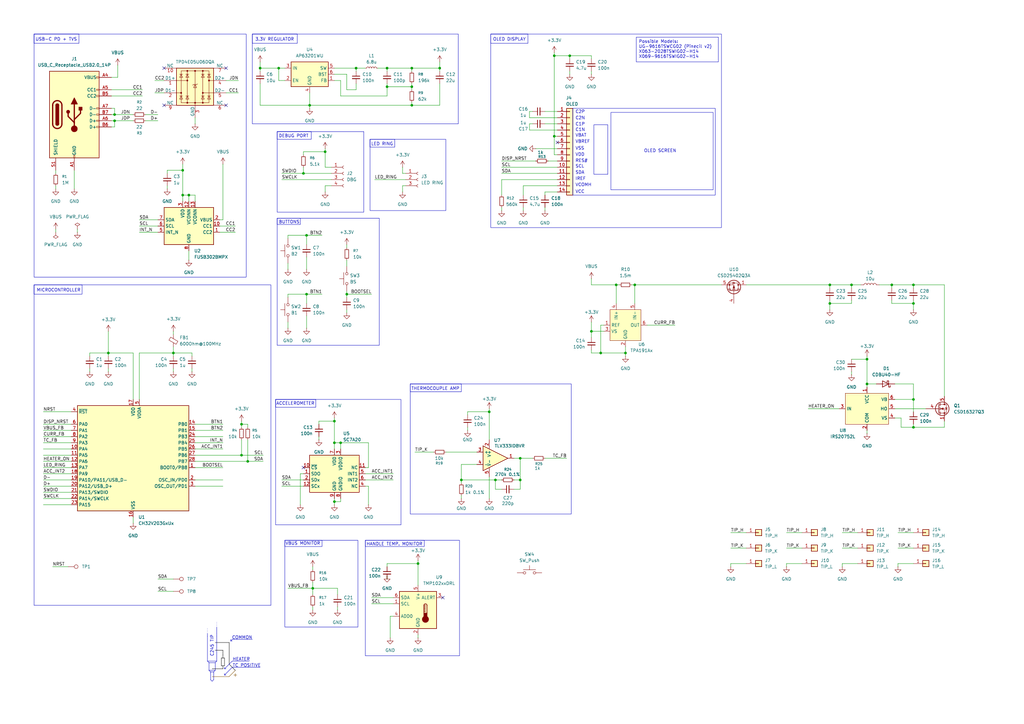
<source format=kicad_sch>
(kicad_sch
	(version 20250114)
	(generator "eeschema")
	(generator_version "9.0")
	(uuid "7095b018-eac3-4b01-b374-28e3216c4fd8")
	(paper "A3")
	
	(rectangle
		(start 113.03 163.83)
		(end 164.465 215.265)
		(stroke
			(width 0)
			(type default)
		)
		(fill
			(type none)
		)
		(uuid 25f66d05-38b5-4a17-99c1-8cad2c92cd3e)
	)
	(rectangle
		(start 13.97 13.97)
		(end 100.965 113.665)
		(stroke
			(width 0)
			(type default)
		)
		(fill
			(type none)
		)
		(uuid 34cfca7f-b72a-4261-a704-f33e6bc4b279)
	)
	(rectangle
		(start 113.03 163.83)
		(end 129.54 167.005)
		(stroke
			(width 0)
			(type default)
		)
		(fill
			(type none)
		)
		(uuid 37b1d202-d0af-4356-9cea-c5377ffdf5c6)
	)
	(rectangle
		(start 116.84 221.615)
		(end 132.08 224.155)
		(stroke
			(width 0)
			(type default)
		)
		(fill
			(type none)
		)
		(uuid 3ff5b4ba-34b9-4474-bd0b-2b540e2050a9)
	)
	(rectangle
		(start 168.275 157.48)
		(end 189.23 160.655)
		(stroke
			(width 0)
			(type default)
		)
		(fill
			(type none)
		)
		(uuid 411456a7-808a-4a99-b2e7-4b00b0660778)
	)
	(rectangle
		(start 113.665 89.535)
		(end 123.19 92.075)
		(stroke
			(width 0)
			(type default)
		)
		(fill
			(type none)
		)
		(uuid 51756553-69aa-4f9f-a31a-a60fa2c78053)
	)
	(rectangle
		(start 113.665 53.975)
		(end 149.225 86.995)
		(stroke
			(width 0)
			(type default)
		)
		(fill
			(type none)
		)
		(uuid 5ccf0a54-c09c-402b-8c12-180398bcf0c0)
	)
	(rectangle
		(start 151.765 57.15)
		(end 182.88 86.36)
		(stroke
			(width 0)
			(type default)
		)
		(fill
			(type none)
		)
		(uuid 7ca7d888-0de2-4ee4-9e02-bce99f6c7310)
	)
	(rectangle
		(start 13.97 116.84)
		(end 33.655 120.65)
		(stroke
			(width 0)
			(type default)
		)
		(fill
			(type none)
		)
		(uuid 7d5ee34c-3c30-4116-b034-575f8f5cbca0)
	)
	(rectangle
		(start 113.665 89.535)
		(end 155.575 141.605)
		(stroke
			(width 0)
			(type default)
		)
		(fill
			(type none)
		)
		(uuid 9c119ec4-7162-4594-9de4-9af2e8ac3469)
	)
	(rectangle
		(start 103.505 13.97)
		(end 121.92 17.78)
		(stroke
			(width 0)
			(type default)
		)
		(fill
			(type none)
		)
		(uuid 9d5c2b83-1ad1-4eb5-9c00-115d7cfbb819)
	)
	(rectangle
		(start 168.275 157.48)
		(end 234.315 210.82)
		(stroke
			(width 0)
			(type default)
		)
		(fill
			(type none)
		)
		(uuid a57dfd79-f7b7-44cf-be58-21e0757161fa)
	)
	(rectangle
		(start 13.97 116.84)
		(end 111.125 248.285)
		(stroke
			(width 0)
			(type default)
		)
		(fill
			(type none)
		)
		(uuid a66c837f-d550-4ad5-b67a-1a34b6eaed03)
	)
	(rectangle
		(start 250.571 46.101)
		(end 292.481 77.851)
		(stroke
			(width 0)
			(type default)
		)
		(fill
			(type none)
		)
		(uuid b323df54-646c-4c42-ac5d-c702f5da28df)
	)
	(rectangle
		(start 13.97 13.97)
		(end 32.385 17.78)
		(stroke
			(width 0)
			(type default)
		)
		(fill
			(type none)
		)
		(uuid b41c86f7-a703-4da7-9c7c-3d6f2dbdab0b)
	)
	(rectangle
		(start 149.86 221.615)
		(end 173.99 224.155)
		(stroke
			(width 0)
			(type default)
		)
		(fill
			(type none)
		)
		(uuid b798fff3-5d10-4e4c-948c-461a0845de52)
	)
	(rectangle
		(start 151.765 57.15)
		(end 161.925 60.325)
		(stroke
			(width 0)
			(type default)
		)
		(fill
			(type none)
		)
		(uuid bb60d903-b4fc-4579-917b-d8b1327cda5c)
	)
	(rectangle
		(start 234.95 44.45)
		(end 293.37 80.01)
		(stroke
			(width 0)
			(type default)
		)
		(fill
			(type none)
		)
		(uuid c7ed09f4-c5b0-447c-8527-2fd1a9942fc7)
	)
	(rectangle
		(start 201.295 13.97)
		(end 295.91 93.345)
		(stroke
			(width 0)
			(type default)
		)
		(fill
			(type none)
		)
		(uuid c86b0301-7b25-4d55-b6bd-bf1af0f3ea13)
	)
	(rectangle
		(start 243.586 51.181)
		(end 249.301 71.501)
		(stroke
			(width 0)
			(type default)
		)
		(fill
			(type none)
		)
		(uuid cc173c2c-4802-4b85-8dc1-c0ed1e2586ae)
	)
	(rectangle
		(start 116.84 221.615)
		(end 146.812 257.175)
		(stroke
			(width 0)
			(type default)
		)
		(fill
			(type none)
		)
		(uuid d2b50b41-845d-4a0b-ad88-942dbe8a9ea1)
	)
	(rectangle
		(start 113.665 53.975)
		(end 127.635 57.15)
		(stroke
			(width 0)
			(type default)
		)
		(fill
			(type none)
		)
		(uuid d42d397b-7d5e-44b0-98a1-cec60f91a733)
	)
	(rectangle
		(start 103.505 13.97)
		(end 187.96 50.8)
		(stroke
			(width 0)
			(type default)
		)
		(fill
			(type none)
		)
		(uuid d5e44070-3c31-4662-9265-15546dcb33a9)
	)
	(rectangle
		(start 149.86 221.615)
		(end 188.468 268.986)
		(stroke
			(width 0)
			(type default)
		)
		(fill
			(type none)
		)
		(uuid dc78faa3-7706-462b-aff1-ea2259b8957d)
	)
	(rectangle
		(start 201.295 13.97)
		(end 216.535 17.78)
		(stroke
			(width 0)
			(type default)
		)
		(fill
			(type none)
		)
		(uuid df873f2f-b2dc-4231-b391-da9722f3ee43)
	)
	(text "COMMON"
		(exclude_from_sim no)
		(at 95.123 261.62 0)
		(effects
			(font
				(size 1.27 1.27)
			)
			(justify left)
		)
		(uuid "0da803d8-6a61-4b47-b3c4-8c42b4ebcdd7")
	)
	(text "3.3V REGULATOR"
		(exclude_from_sim no)
		(at 104.648 16.256 0)
		(effects
			(font
				(size 1.27 1.27)
			)
			(justify left)
		)
		(uuid "270c64e9-acc9-4bdf-adf9-51e85a7cfae3")
	)
	(text "C2N"
		(exclude_from_sim no)
		(at 235.966 48.514 0)
		(effects
			(font
				(size 1.27 1.27)
			)
			(justify left)
		)
		(uuid "303735e4-f194-4e97-9ddd-7741146e5965")
	)
	(text "USB-C PD + TVS"
		(exclude_from_sim no)
		(at 14.478 16.256 0)
		(effects
			(font
				(size 1.27 1.27)
			)
			(justify left)
		)
		(uuid "3b53ae36-2320-46df-8526-8d2b0e4cd267")
	)
	(text "BUTTONS"
		(exclude_from_sim no)
		(at 114.3 91.186 0)
		(effects
			(font
				(size 1.27 1.27)
			)
			(justify left)
		)
		(uuid "4ff0d853-92f6-4f02-aa33-1f252be5ef75")
	)
	(text "DEBUG PORT"
		(exclude_from_sim no)
		(at 114.3 55.88 0)
		(effects
			(font
				(size 1.27 1.27)
			)
			(justify left)
		)
		(uuid "5c2c7cad-81d2-418f-aeca-ca54c6312f8c")
	)
	(text "SCL"
		(exclude_from_sim no)
		(at 235.966 68.326 0)
		(effects
			(font
				(size 1.27 1.27)
			)
			(justify left)
		)
		(uuid "63c62cf3-4266-478a-9f68-199034fe5d8b")
	)
	(text "RES#"
		(exclude_from_sim no)
		(at 235.966 66.04 0)
		(effects
			(font
				(size 1.27 1.27)
			)
			(justify left)
		)
		(uuid "6ce3c0b9-bb73-4f4d-8996-df06398c02e3")
	)
	(text "C1P"
		(exclude_from_sim no)
		(at 235.966 51.054 0)
		(effects
			(font
				(size 1.27 1.27)
			)
			(justify left)
		)
		(uuid "6d196f00-fda4-408a-b16f-63e268646b7a")
	)
	(text "ACCELEROMETER"
		(exclude_from_sim no)
		(at 121.158 165.608 0)
		(effects
			(font
				(size 1.27 1.27)
			)
		)
		(uuid "6d3cce01-49eb-4036-848c-880563d726ff")
	)
	(text "HEATER"
		(exclude_from_sim no)
		(at 95.377 270.51 0)
		(effects
			(font
				(size 1.27 1.27)
			)
			(justify left)
		)
		(uuid "6f935533-365b-4490-a199-60d1f885e9c5")
	)
	(text "IREF"
		(exclude_from_sim no)
		(at 235.966 73.406 0)
		(effects
			(font
				(size 1.27 1.27)
			)
			(justify left)
		)
		(uuid "78269562-db7d-4f9c-9409-11de08793bfa")
	)
	(text "C1N"
		(exclude_from_sim no)
		(at 235.966 53.34 0)
		(effects
			(font
				(size 1.27 1.27)
			)
			(justify left)
		)
		(uuid "86eaf89d-7735-48bc-8adf-2c6d7e1c9267")
	)
	(text "C2P"
		(exclude_from_sim no)
		(at 235.966 45.974 0)
		(effects
			(font
				(size 1.27 1.27)
			)
			(justify left)
		)
		(uuid "88767c22-62f5-491f-8191-e622ce50d549")
	)
	(text "VDD"
		(exclude_from_sim no)
		(at 235.966 63.5 0)
		(effects
			(font
				(size 1.27 1.27)
			)
			(justify left)
		)
		(uuid "98ea20d6-f789-4c9a-9d2d-ddf9c4e55ce3")
	)
	(text "HANDLE TEMP. MONITOR"
		(exclude_from_sim no)
		(at 161.798 223.266 0)
		(effects
			(font
				(size 1.27 1.27)
			)
		)
		(uuid "9cf9be48-0da6-4698-b802-905b4321ec7e")
	)
	(text "TC POSITIVE"
		(exclude_from_sim no)
		(at 95.377 273.05 0)
		(effects
			(font
				(size 1.27 1.27)
			)
			(justify left)
		)
		(uuid "9da3b577-a0bb-4c33-9c3c-e8388ac87829")
	)
	(text "OLED SCREEN"
		(exclude_from_sim no)
		(at 270.764 61.976 0)
		(effects
			(font
				(size 1.27 1.27)
			)
		)
		(uuid "a7d4d929-dbaa-411d-a847-37e4617db2b8")
	)
	(text "VCC"
		(exclude_from_sim no)
		(at 235.966 78.74 0)
		(effects
			(font
				(size 1.27 1.27)
			)
			(justify left)
		)
		(uuid "c0b5be38-ee7a-4c62-b666-9455a24b9bdf")
	)
	(text "SDA"
		(exclude_from_sim no)
		(at 235.966 70.866 0)
		(effects
			(font
				(size 1.27 1.27)
			)
			(justify left)
		)
		(uuid "d1f23843-c159-4734-816f-e3ebdc7225d4")
	)
	(text "VBREF"
		(exclude_from_sim no)
		(at 235.966 58.166 0)
		(effects
			(font
				(size 1.27 1.27)
			)
			(justify left)
		)
		(uuid "dc92fbc2-eb7d-47ac-891e-6de1528c9506")
	)
	(text "OLED DISPLAY"
		(exclude_from_sim no)
		(at 202.184 16.256 0)
		(effects
			(font
				(size 1.27 1.27)
			)
			(justify left)
		)
		(uuid "e1182865-9cf6-484e-b369-4d8124243a24")
	)
	(text "VBAT"
		(exclude_from_sim no)
		(at 235.966 55.626 0)
		(effects
			(font
				(size 1.27 1.27)
			)
			(justify left)
		)
		(uuid "e5136794-6a5a-4728-b4d0-e47266a8ec2c")
	)
	(text "VSS"
		(exclude_from_sim no)
		(at 235.966 60.96 0)
		(effects
			(font
				(size 1.27 1.27)
			)
			(justify left)
		)
		(uuid "e5277a5c-1568-43ec-ab65-5c403a9ddad3")
	)
	(text "VCOMH"
		(exclude_from_sim no)
		(at 235.966 75.946 0)
		(effects
			(font
				(size 1.27 1.27)
			)
			(justify left)
		)
		(uuid "e677c7ab-e79d-4a1c-8a88-4a56ca5d6b79")
	)
	(text "THERMOCOUPLE AMP"
		(exclude_from_sim no)
		(at 178.562 159.512 0)
		(effects
			(font
				(size 1.27 1.27)
			)
		)
		(uuid "e865e2d4-df9a-47d7-8bc3-1d543675c813")
	)
	(text "C245 TIP"
		(exclude_from_sim no)
		(at 86.995 264.922 90)
		(effects
			(font
				(size 1.27 1.27)
			)
		)
		(uuid "ec1ed9c1-072b-4c68-8764-5736b7bc8d68")
	)
	(text "LED RING"
		(exclude_from_sim no)
		(at 156.718 59.182 0)
		(effects
			(font
				(size 1.27 1.27)
			)
		)
		(uuid "eebaafe7-13f6-4495-a884-67f3bb5c6ce1")
	)
	(text "MICROCONTROLLER"
		(exclude_from_sim no)
		(at 14.986 119.126 0)
		(effects
			(font
				(size 1.27 1.27)
			)
			(justify left)
		)
		(uuid "f4202bbd-17db-406a-9b6f-417fe43fdaab")
	)
	(text "VBUS MONITOR"
		(exclude_from_sim no)
		(at 124.206 223.012 0)
		(effects
			(font
				(size 1.27 1.27)
			)
		)
		(uuid "f741b2f1-f711-4456-aa2d-f19417092858")
	)
	(text_box "Possible Models:\nUG-9616TSWCG02 (Pinecil v2)\nX063-2028TSWIG02-H14\nX069-9616TSWIG02-H14"
		(exclude_from_sim no)
		(at 260.985 15.24 0)
		(size 33.655 10.16)
		(margins 0.9525 0.9525 0.9525 0.9525)
		(stroke
			(width 0)
			(type solid)
		)
		(fill
			(type none)
		)
		(effects
			(font
				(size 1.27 1.27)
			)
			(justify left top)
		)
		(uuid "aff1d92e-7948-41af-95d4-eec0b0d11729")
	)
	(junction
		(at 340.36 116.84)
		(diameter 0)
		(color 0 0 0 0)
		(uuid "0249d269-810c-4792-bcad-62c507e2feae")
	)
	(junction
		(at 146.05 27.94)
		(diameter 0)
		(color 0 0 0 0)
		(uuid "0acd8611-5527-40f7-90a3-5c60d1adc1d0")
	)
	(junction
		(at 252.73 116.84)
		(diameter 0)
		(color 0 0 0 0)
		(uuid "1ddbe419-3595-4df3-a72f-7cf030e34ac4")
	)
	(junction
		(at 99.06 173.99)
		(diameter 0)
		(color 0 0 0 0)
		(uuid "22bc19a2-e590-4ae5-87e1-2c346112c753")
	)
	(junction
		(at 374.65 175.26)
		(diameter 0)
		(color 0 0 0 0)
		(uuid "253e7a83-9b7c-4d4c-b8d1-7fbacce38609")
	)
	(junction
		(at 260.35 116.84)
		(diameter 0)
		(color 0 0 0 0)
		(uuid "344187d9-c96b-45fd-8f6c-b46a99aead8f")
	)
	(junction
		(at 101.6 189.23)
		(diameter 0)
		(color 0 0 0 0)
		(uuid "39afbb62-f4d9-47c5-b1ec-6bf8308a9b0e")
	)
	(junction
		(at 200.66 168.91)
		(diameter 0)
		(color 0 0 0 0)
		(uuid "3f9bcc33-18ad-48ec-8047-f514eddb9bd3")
	)
	(junction
		(at 340.36 124.46)
		(diameter 0)
		(color 0 0 0 0)
		(uuid "43942d84-b87b-4f4a-adb8-d0b0fad21d24")
	)
	(junction
		(at 374.65 163.83)
		(diameter 0)
		(color 0 0 0 0)
		(uuid "45cd84fd-2fd0-4481-9f27-779c4e05a620")
	)
	(junction
		(at 189.23 196.85)
		(diameter 0)
		(color 0 0 0 0)
		(uuid "4793f579-9960-4fea-a983-16516b9a6a74")
	)
	(junction
		(at 158.75 27.94)
		(diameter 0)
		(color 0 0 0 0)
		(uuid "4e457d4d-37fd-4b51-a420-85ebb8dc04c5")
	)
	(junction
		(at 128.27 241.3)
		(diameter 0)
		(color 0 0 0 0)
		(uuid "5171e2df-ff89-449d-9837-899c8a33b75c")
	)
	(junction
		(at 355.6 147.32)
		(diameter 0)
		(color 0 0 0 0)
		(uuid "53a66df1-5fe2-4b0c-804a-c9cb357aa0e6")
	)
	(junction
		(at 168.91 35.56)
		(diameter 0)
		(color 0 0 0 0)
		(uuid "57d2e74f-9c65-42d1-a47a-8230db07f92e")
	)
	(junction
		(at 137.16 181.61)
		(diameter 0)
		(color 0 0 0 0)
		(uuid "589eff9d-eed1-4df5-98d6-26b7c768b426")
	)
	(junction
		(at 171.45 231.14)
		(diameter 0)
		(color 0 0 0 0)
		(uuid "5c8091f6-1fe8-4a10-b56d-0569715c68e9")
	)
	(junction
		(at 46.99 49.53)
		(diameter 0)
		(color 0 0 0 0)
		(uuid "5e8d1cf7-167e-4030-9f28-7c115ea5395b")
	)
	(junction
		(at 227.33 55.88)
		(diameter 0)
		(color 0 0 0 0)
		(uuid "5fbb3de9-86ee-49ad-a284-eb55f1cc692a")
	)
	(junction
		(at 168.91 43.18)
		(diameter 0)
		(color 0 0 0 0)
		(uuid "660d2309-d1aa-4d86-b95c-854e50c0a293")
	)
	(junction
		(at 168.91 27.94)
		(diameter 0)
		(color 0 0 0 0)
		(uuid "691dc945-779c-4911-8f56-5300f4d58275")
	)
	(junction
		(at 233.68 22.86)
		(diameter 0)
		(color 0 0 0 0)
		(uuid "73b54f8a-8892-4f5c-ad2f-0a2e6cc384c3")
	)
	(junction
		(at 203.2 196.85)
		(diameter 0)
		(color 0 0 0 0)
		(uuid "77d052f3-f174-4ac4-b7f3-74fd8cd4f0e2")
	)
	(junction
		(at 137.16 172.72)
		(diameter 0)
		(color 0 0 0 0)
		(uuid "84b1d133-5555-4f34-9259-4c4a00397909")
	)
	(junction
		(at 158.75 35.56)
		(diameter 0)
		(color 0 0 0 0)
		(uuid "85eb43cd-2fb7-4c1a-b0ce-7e338a2da686")
	)
	(junction
		(at 213.36 196.85)
		(diameter 0)
		(color 0 0 0 0)
		(uuid "879d8513-8c12-4c71-805b-cfd0566ce6a8")
	)
	(junction
		(at 99.06 186.69)
		(diameter 0)
		(color 0 0 0 0)
		(uuid "8f91cdd6-9b8f-41e7-aba5-783e4c94f1c2")
	)
	(junction
		(at 349.25 116.84)
		(diameter 0)
		(color 0 0 0 0)
		(uuid "924a9453-b138-4112-9cf9-cdd7d6fd271f")
	)
	(junction
		(at 227.33 22.86)
		(diameter 0)
		(color 0 0 0 0)
		(uuid "9531702c-c6a6-4297-8a10-64a5c6fc90b3")
	)
	(junction
		(at 256.54 144.78)
		(diameter 0)
		(color 0 0 0 0)
		(uuid "9caedf99-1ce5-437a-a1b9-fdea2f4ef713")
	)
	(junction
		(at 374.65 124.46)
		(diameter 0)
		(color 0 0 0 0)
		(uuid "9ce0d5f7-a196-42ba-865b-78bc41279af1")
	)
	(junction
		(at 44.45 144.78)
		(diameter 0)
		(color 0 0 0 0)
		(uuid "9fa2ea7a-f50f-4f59-8f6e-1d8cc4b4f22f")
	)
	(junction
		(at 74.93 80.01)
		(diameter 0)
		(color 0 0 0 0)
		(uuid "a102cd63-af1a-49b4-9201-df06578d4c1f")
	)
	(junction
		(at 213.36 187.96)
		(diameter 0)
		(color 0 0 0 0)
		(uuid "aff6f7cf-f995-4965-9b70-2f6e1afd3257")
	)
	(junction
		(at 242.57 135.89)
		(diameter 0)
		(color 0 0 0 0)
		(uuid "b958df09-8ec2-41c8-a836-0b7b6536713e")
	)
	(junction
		(at 246.38 144.78)
		(diameter 0)
		(color 0 0 0 0)
		(uuid "b9c98c12-e257-4402-a676-dee8dfb4f378")
	)
	(junction
		(at 125.73 120.65)
		(diameter 0)
		(color 0 0 0 0)
		(uuid "bf198e04-4a01-4230-877f-f1ab43f756f2")
	)
	(junction
		(at 71.12 144.78)
		(diameter 0)
		(color 0 0 0 0)
		(uuid "cbafbc4a-ea32-4bc2-8303-c740f3149d9b")
	)
	(junction
		(at 127 43.18)
		(diameter 0)
		(color 0 0 0 0)
		(uuid "d049456d-20ee-4308-a384-c295c5fb64a1")
	)
	(junction
		(at 77.47 80.01)
		(diameter 0)
		(color 0 0 0 0)
		(uuid "d075905e-0ee9-4e4e-bc8b-46248e59d6b7")
	)
	(junction
		(at 137.16 205.74)
		(diameter 0)
		(color 0 0 0 0)
		(uuid "d3c0ec6c-e13a-496a-ad1c-ba60afc46b96")
	)
	(junction
		(at 46.99 46.99)
		(diameter 0)
		(color 0 0 0 0)
		(uuid "d3cb3929-1383-43bf-9aa0-8d6179547879")
	)
	(junction
		(at 365.76 116.84)
		(diameter 0)
		(color 0 0 0 0)
		(uuid "d6376345-e63e-469e-b947-b621d80200ca")
	)
	(junction
		(at 125.73 96.52)
		(diameter 0)
		(color 0 0 0 0)
		(uuid "d8814552-a2c0-4a06-a6ac-aee6b3d4aa8f")
	)
	(junction
		(at 374.65 116.84)
		(diameter 0)
		(color 0 0 0 0)
		(uuid "d9505c24-ab59-4a1d-8ead-8359d37f8315")
	)
	(junction
		(at 355.6 157.48)
		(diameter 0)
		(color 0 0 0 0)
		(uuid "db98d098-9019-45b6-80db-568ba28220c4")
	)
	(junction
		(at 74.93 69.85)
		(diameter 0)
		(color 0 0 0 0)
		(uuid "dced1970-c9d1-4fca-aa68-57578fbeec87")
	)
	(junction
		(at 133.35 62.23)
		(diameter 0)
		(color 0 0 0 0)
		(uuid "dd645f38-5944-4257-9764-2d12bcf783d9")
	)
	(junction
		(at 124.46 71.12)
		(diameter 0)
		(color 0 0 0 0)
		(uuid "e0c9883b-d031-4a61-9fde-76739f501e2c")
	)
	(junction
		(at 114.3 27.94)
		(diameter 0)
		(color 0 0 0 0)
		(uuid "e80bc681-7695-43f3-a2bd-d411c7e86409")
	)
	(junction
		(at 139.7 181.61)
		(diameter 0)
		(color 0 0 0 0)
		(uuid "ea9ea449-1699-40d7-8a1c-89a1d2111f96")
	)
	(junction
		(at 180.34 27.94)
		(diameter 0)
		(color 0 0 0 0)
		(uuid "efddc068-f25b-4568-b3c6-1c6aa0f4c97e")
	)
	(junction
		(at 106.68 27.94)
		(diameter 0)
		(color 0 0 0 0)
		(uuid "f1df4cab-d95d-4e21-b204-cc5686c3ccd2")
	)
	(junction
		(at 142.24 120.65)
		(diameter 0)
		(color 0 0 0 0)
		(uuid "fe9b1f2a-8aec-4aa7-8489-1f83d22307ee")
	)
	(no_connect
		(at 92.71 43.18)
		(uuid "46b4ccbc-24ab-4899-8505-9a1bc9336197")
	)
	(no_connect
		(at 67.31 27.94)
		(uuid "613b3790-5218-413f-a343-e26aa4ea4b95")
	)
	(no_connect
		(at 228.6 58.42)
		(uuid "8d801d13-32fe-4e34-8cc5-b8a86a497023")
	)
	(no_connect
		(at 181.61 245.11)
		(uuid "b019387a-2a10-4f2e-ad70-575cf4df82b8")
	)
	(no_connect
		(at 124.46 191.77)
		(uuid "bb17c601-45a1-4eb6-aaaf-eada3efdd523")
	)
	(no_connect
		(at 67.31 43.18)
		(uuid "c9b41e3a-80a4-4410-be4c-91975e86700a")
	)
	(no_connect
		(at 92.71 27.94)
		(uuid "e9fc4535-1911-4390-b5e2-c282d53c9319")
	)
	(wire
		(pts
			(xy 99.06 186.69) (xy 107.95 186.69)
		)
		(stroke
			(width 0)
			(type default)
		)
		(uuid "00dc7f33-0b4e-4099-8479-24293b9aabac")
	)
	(wire
		(pts
			(xy 149.86 196.85) (xy 161.29 196.85)
		)
		(stroke
			(width 0)
			(type default)
		)
		(uuid "0156bf95-e162-433c-99c7-904c2f68448d")
	)
	(wire
		(pts
			(xy 306.07 231.14) (xy 299.72 231.14)
		)
		(stroke
			(width 0)
			(type default)
		)
		(uuid "01731df4-405d-4159-8024-ddbfe44e4824")
	)
	(wire
		(pts
			(xy 180.34 25.4) (xy 180.34 27.94)
		)
		(stroke
			(width 0)
			(type default)
		)
		(uuid "0280334b-627a-4233-a676-012a207d9298")
	)
	(wire
		(pts
			(xy 123.19 194.31) (xy 124.46 194.31)
		)
		(stroke
			(width 0)
			(type default)
		)
		(uuid "03f9526b-c252-4cea-a8ec-81306ff6df76")
	)
	(wire
		(pts
			(xy 63.5 38.1) (xy 67.31 38.1)
		)
		(stroke
			(width 0)
			(type default)
		)
		(uuid "057a48eb-9b1d-42a5-bf44-6985b9321748")
	)
	(polyline
		(pts
			(xy 94.615 262.89) (xy 95.25 262.89)
		)
		(stroke
			(width 0)
			(type default)
		)
		(uuid "061e75a6-db12-4875-bb49-acc7a02aa4eb")
	)
	(wire
		(pts
			(xy 227.33 55.88) (xy 228.6 55.88)
		)
		(stroke
			(width 0)
			(type default)
		)
		(uuid "06a39b25-e5c0-48bf-8f66-6ff9e46efda7")
	)
	(polyline
		(pts
			(xy 93.98 263.525) (xy 93.98 272.415)
		)
		(stroke
			(width 0)
			(type solid)
			(color 0 0 0 1)
		)
		(uuid "076917fa-25ee-47d3-b2b0-165b02f01f24")
	)
	(wire
		(pts
			(xy 68.58 69.85) (xy 74.93 69.85)
		)
		(stroke
			(width 0)
			(type default)
		)
		(uuid "088c7699-190e-4234-9815-fffe11d5ef7a")
	)
	(wire
		(pts
			(xy 68.58 76.2) (xy 68.58 77.47)
		)
		(stroke
			(width 0)
			(type default)
		)
		(uuid "090443bb-96fb-4f06-ac72-191a7f6e15f4")
	)
	(wire
		(pts
			(xy 96.52 95.25) (xy 90.17 95.25)
		)
		(stroke
			(width 0)
			(type default)
		)
		(uuid "091df10a-a778-479d-8cbf-324751cb3cc5")
	)
	(wire
		(pts
			(xy 115.57 199.39) (xy 124.46 199.39)
		)
		(stroke
			(width 0)
			(type default)
		)
		(uuid "093a4bfc-aabd-4586-948a-1580d9afeffa")
	)
	(wire
		(pts
			(xy 45.72 36.83) (xy 58.42 36.83)
		)
		(stroke
			(width 0)
			(type default)
		)
		(uuid "098337dc-d67f-4f92-9e59-aa0530495823")
	)
	(wire
		(pts
			(xy 367.03 163.83) (xy 374.65 163.83)
		)
		(stroke
			(width 0)
			(type default)
		)
		(uuid "0991fc57-c77d-4d8b-a7f5-93559a71531e")
	)
	(wire
		(pts
			(xy 368.3 218.44) (xy 374.65 218.44)
		)
		(stroke
			(width 0)
			(type default)
		)
		(uuid "0b3b1be4-2c7f-47f2-886c-9ff27992e090")
	)
	(wire
		(pts
			(xy 355.6 176.53) (xy 355.6 177.8)
		)
		(stroke
			(width 0)
			(type default)
		)
		(uuid "0c9fa1d8-a413-4dad-b1e6-53724d6877dc")
	)
	(wire
		(pts
			(xy 80.01 184.15) (xy 91.44 184.15)
		)
		(stroke
			(width 0)
			(type default)
		)
		(uuid "0d0fb7d8-cf76-4ea3-b43e-0043f449d33e")
	)
	(wire
		(pts
			(xy 374.65 173.99) (xy 374.65 175.26)
		)
		(stroke
			(width 0)
			(type default)
		)
		(uuid "0d1d8e67-44be-4e93-8637-8b77df712344")
	)
	(wire
		(pts
			(xy 106.68 34.29) (xy 106.68 43.18)
		)
		(stroke
			(width 0)
			(type default)
		)
		(uuid "0d1da041-1604-484f-8588-64418e6780df")
	)
	(polyline
		(pts
			(xy 99.695 273.685) (xy 106.68 273.685)
		)
		(stroke
			(width 0)
			(type default)
		)
		(uuid "0efdd063-1445-49ad-b269-05e1548bd623")
	)
	(wire
		(pts
			(xy 367.03 157.48) (xy 374.65 157.48)
		)
		(stroke
			(width 0)
			(type default)
		)
		(uuid "0f2a8a4d-3e10-44bf-9ebb-4b69f6c43acb")
	)
	(wire
		(pts
			(xy 17.78 191.77) (xy 29.21 191.77)
		)
		(stroke
			(width 0)
			(type default)
		)
		(uuid "0f968ad1-38fa-43f3-a9ca-eaab57060db2")
	)
	(wire
		(pts
			(xy 242.57 116.84) (xy 252.73 116.84)
		)
		(stroke
			(width 0)
			(type default)
		)
		(uuid "0fc82661-f672-4e99-90f7-45db1126fb58")
	)
	(wire
		(pts
			(xy 214.63 85.09) (xy 214.63 86.36)
		)
		(stroke
			(width 0)
			(type default)
		)
		(uuid "0fdf5b0f-14a7-4ff5-aee8-91dcf3e80430")
	)
	(wire
		(pts
			(xy 242.57 144.78) (xy 246.38 144.78)
		)
		(stroke
			(width 0)
			(type default)
		)
		(uuid "0ff7262c-1160-4251-aadc-3b2de692cbe4")
	)
	(wire
		(pts
			(xy 355.6 157.48) (xy 355.6 158.75)
		)
		(stroke
			(width 0)
			(type default)
		)
		(uuid "10879948-174d-4f3a-9f51-53823fa9a5bd")
	)
	(wire
		(pts
			(xy 265.43 133.35) (xy 276.86 133.35)
		)
		(stroke
			(width 0)
			(type default)
		)
		(uuid "10e420cf-744f-4771-a1f7-03219557939d")
	)
	(wire
		(pts
			(xy 168.91 35.56) (xy 158.75 35.56)
		)
		(stroke
			(width 0)
			(type default)
		)
		(uuid "1190a964-f3bd-43e5-a242-6444d80cf4b2")
	)
	(polyline
		(pts
			(xy 86.995 277.495) (xy 93.98 277.495)
		)
		(stroke
			(width 0)
			(type solid)
			(color 128 77 0 1)
		)
		(uuid "11cf35b8-cd1b-4b18-8246-50d401672c42")
	)
	(wire
		(pts
			(xy 189.23 196.85) (xy 189.23 190.5)
		)
		(stroke
			(width 0)
			(type default)
		)
		(uuid "12f02fb2-28a7-4766-ae13-424545151178")
	)
	(wire
		(pts
			(xy 137.16 181.61) (xy 137.16 184.15)
		)
		(stroke
			(width 0)
			(type default)
		)
		(uuid "135c080a-b87a-42f2-bd23-e8f54c5ee6c7")
	)
	(wire
		(pts
			(xy 165.1 78.74) (xy 165.1 76.2)
		)
		(stroke
			(width 0)
			(type default)
		)
		(uuid "13a8fbae-4055-4538-a775-7561035458e6")
	)
	(wire
		(pts
			(xy 171.45 231.14) (xy 171.45 240.03)
		)
		(stroke
			(width 0)
			(type default)
		)
		(uuid "13ad3050-341d-4764-8a4c-837cb1090bc6")
	)
	(wire
		(pts
			(xy 189.23 196.85) (xy 203.2 196.85)
		)
		(stroke
			(width 0)
			(type default)
		)
		(uuid "13e7537a-edd6-43d5-8bb0-f6eb3d491016")
	)
	(wire
		(pts
			(xy 252.73 124.46) (xy 252.73 116.84)
		)
		(stroke
			(width 0)
			(type default)
		)
		(uuid "13f6d467-bb2d-42f5-88f7-66fead528204")
	)
	(wire
		(pts
			(xy 213.36 196.85) (xy 213.36 187.96)
		)
		(stroke
			(width 0)
			(type default)
		)
		(uuid "1427c6b1-5293-499b-9663-f54121cc8ca4")
	)
	(wire
		(pts
			(xy 48.26 31.75) (xy 48.26 26.67)
		)
		(stroke
			(width 0)
			(type default)
		)
		(uuid "14b83c6b-fa77-4ec1-b020-d89f490dd1db")
	)
	(wire
		(pts
			(xy 242.57 135.89) (xy 247.65 135.89)
		)
		(stroke
			(width 0)
			(type default)
		)
		(uuid "1544ce4c-aa9b-4868-ad89-38de6eed860a")
	)
	(wire
		(pts
			(xy 374.65 116.84) (xy 374.65 118.11)
		)
		(stroke
			(width 0)
			(type default)
		)
		(uuid "154f7824-5e3a-4df6-a265-e8ad4cf18628")
	)
	(wire
		(pts
			(xy 200.66 167.64) (xy 200.66 168.91)
		)
		(stroke
			(width 0)
			(type default)
		)
		(uuid "16a235b6-6479-41c3-934b-5990cd87fafe")
	)
	(wire
		(pts
			(xy 227.33 55.88) (xy 227.33 63.5)
		)
		(stroke
			(width 0)
			(type default)
		)
		(uuid "16a6ad92-1a6b-4d2b-93f1-5652f5947dbb")
	)
	(wire
		(pts
			(xy 168.91 29.21) (xy 168.91 27.94)
		)
		(stroke
			(width 0)
			(type default)
		)
		(uuid "16beecb1-a5ab-433f-9aa9-d5c8af0be23d")
	)
	(polyline
		(pts
			(xy 95.885 276.86) (xy 97.155 276.86)
		)
		(stroke
			(width 0)
			(type solid)
			(color 128 77 0 1)
		)
		(uuid "17532791-aaa0-48e6-a3d3-84b5cfe2ffdf")
	)
	(wire
		(pts
			(xy 45.72 52.07) (xy 46.99 52.07)
		)
		(stroke
			(width 0)
			(type default)
		)
		(uuid "18438b3a-827e-4972-b4d2-e39627126fd2")
	)
	(wire
		(pts
			(xy 17.78 186.69) (xy 29.21 186.69)
		)
		(stroke
			(width 0)
			(type default)
		)
		(uuid "185cc638-609c-4acf-9a83-434d47f9bece")
	)
	(wire
		(pts
			(xy 322.58 218.44) (xy 328.93 218.44)
		)
		(stroke
			(width 0)
			(type default)
		)
		(uuid "186284b8-bd67-4889-90c2-387a38831a45")
	)
	(wire
		(pts
			(xy 118.11 107.95) (xy 118.11 110.49)
		)
		(stroke
			(width 0)
			(type default)
		)
		(uuid "1a08e192-3ede-459c-841e-9f0c19ec1e3e")
	)
	(wire
		(pts
			(xy 17.78 201.93) (xy 29.21 201.93)
		)
		(stroke
			(width 0)
			(type default)
		)
		(uuid "1a675778-1e38-4114-a392-a674b2dc8fa9")
	)
	(wire
		(pts
			(xy 260.35 116.84) (xy 260.35 124.46)
		)
		(stroke
			(width 0)
			(type default)
		)
		(uuid "1a894749-5980-44f8-be8f-1f0ca672c7df")
	)
	(wire
		(pts
			(xy 71.12 135.89) (xy 71.12 137.16)
		)
		(stroke
			(width 0)
			(type default)
		)
		(uuid "1ae0b9e3-10e0-4c50-8291-792664f6f6ce")
	)
	(wire
		(pts
			(xy 246.38 133.35) (xy 246.38 144.78)
		)
		(stroke
			(width 0)
			(type default)
		)
		(uuid "1b0b81e1-f2ec-4a99-b32e-c67d3bf5d680")
	)
	(wire
		(pts
			(xy 374.65 175.26) (xy 387.35 175.26)
		)
		(stroke
			(width 0)
			(type default)
		)
		(uuid "1b77d230-b149-4ebc-9500-892f807d9feb")
	)
	(wire
		(pts
			(xy 247.65 133.35) (xy 246.38 133.35)
		)
		(stroke
			(width 0)
			(type default)
		)
		(uuid "1bc2dc48-90ad-4689-ba31-b6699fd8a9c4")
	)
	(wire
		(pts
			(xy 101.6 175.26) (xy 101.6 173.99)
		)
		(stroke
			(width 0)
			(type default)
		)
		(uuid "1beeb275-c1cd-4b8f-a12a-830eb9c2286d")
	)
	(wire
		(pts
			(xy 80.01 199.39) (xy 91.44 199.39)
		)
		(stroke
			(width 0)
			(type default)
		)
		(uuid "1c31a3a0-71be-4869-aecb-fe7720f70370")
	)
	(polyline
		(pts
			(xy 91.44 268.605) (xy 91.44 269.875)
		)
		(stroke
			(width 0)
			(type solid)
			(color 0 0 0 1)
		)
		(uuid "1cb32bb3-76dc-4823-be3a-ee1c82fb9d6e")
	)
	(wire
		(pts
			(xy 345.44 231.14) (xy 351.79 231.14)
		)
		(stroke
			(width 0)
			(type default)
		)
		(uuid "1cf9f715-8924-4551-8321-2cb14bcb7a4b")
	)
	(wire
		(pts
			(xy 168.91 43.18) (xy 127 43.18)
		)
		(stroke
			(width 0)
			(type default)
		)
		(uuid "1efe1ac7-40f4-4f17-9d42-17e1c9f0de6b")
	)
	(polyline
		(pts
			(xy 94.615 262.89) (xy 95.25 262.255)
		)
		(stroke
			(width 0)
			(type default)
		)
		(uuid "1fc62f63-6cba-4ff0-930d-1f292e0bfa84")
	)
	(wire
		(pts
			(xy 80.01 181.61) (xy 91.44 181.61)
		)
		(stroke
			(width 0)
			(type default)
		)
		(uuid "1fd72b09-6ab8-4dc4-8f0b-ca67c9a74253")
	)
	(wire
		(pts
			(xy 68.58 71.12) (xy 68.58 69.85)
		)
		(stroke
			(width 0)
			(type default)
		)
		(uuid "202b5c7b-0b11-4522-bc46-256551c46d63")
	)
	(wire
		(pts
			(xy 116.84 27.94) (xy 114.3 27.94)
		)
		(stroke
			(width 0)
			(type default)
		)
		(uuid "202f5003-0a48-4fcb-962b-eb5d0b2eea8c")
	)
	(polyline
		(pts
			(xy 85.09 271.145) (xy 88.9 271.145)
		)
		(stroke
			(width 0)
			(type default)
		)
		(uuid "20c289f8-34a5-48ed-8d32-b4b9e5521011")
	)
	(wire
		(pts
			(xy 158.75 231.14) (xy 171.45 231.14)
		)
		(stroke
			(width 0)
			(type default)
		)
		(uuid "20e2fb42-fafd-4f0a-849e-70f241cf50dd")
	)
	(wire
		(pts
			(xy 77.47 102.87) (xy 77.47 106.68)
		)
		(stroke
			(width 0)
			(type default)
		)
		(uuid "21a2f101-e4da-4991-a949-92df212cf85b")
	)
	(wire
		(pts
			(xy 138.43 248.92) (xy 138.43 250.19)
		)
		(stroke
			(width 0)
			(type default)
		)
		(uuid "21bbd215-45b4-4860-8d1a-f2e25c043882")
	)
	(polyline
		(pts
			(xy 95.25 262.255) (xy 103.505 262.255)
		)
		(stroke
			(width 0)
			(type default)
		)
		(uuid "225ad2a0-3f91-4b41-b14c-33002ef325b8")
	)
	(wire
		(pts
			(xy 180.34 43.18) (xy 168.91 43.18)
		)
		(stroke
			(width 0)
			(type default)
		)
		(uuid "228d2b28-0e5e-4a0f-9a64-60ca034456d5")
	)
	(wire
		(pts
			(xy 22.86 69.85) (xy 22.86 71.12)
		)
		(stroke
			(width 0)
			(type default)
		)
		(uuid "22ceb097-bc74-4764-aecd-0b980944d711")
	)
	(wire
		(pts
			(xy 299.72 224.79) (xy 306.07 224.79)
		)
		(stroke
			(width 0)
			(type default)
		)
		(uuid "234d1ba8-847a-498b-b1ae-e4eb0f0e2c2e")
	)
	(polyline
		(pts
			(xy 93.98 277.495) (xy 96.52 274.955)
		)
		(stroke
			(width 0)
			(type solid)
			(color 128 77 0 1)
		)
		(uuid "23b27315-c748-4e5f-bfe8-f12b825cfb87")
	)
	(wire
		(pts
			(xy 168.91 34.29) (xy 168.91 35.56)
		)
		(stroke
			(width 0)
			(type default)
		)
		(uuid "24d5a81f-7436-4451-bff0-11fbe42d2c28")
	)
	(wire
		(pts
			(xy 368.3 231.14) (xy 374.65 231.14)
		)
		(stroke
			(width 0)
			(type default)
		)
		(uuid "2616a777-c896-4d19-9dd1-44f1b40faa16")
	)
	(wire
		(pts
			(xy 340.36 123.19) (xy 340.36 124.46)
		)
		(stroke
			(width 0)
			(type default)
		)
		(uuid "262148e9-abf9-4df4-8abe-6bc1166237b2")
	)
	(wire
		(pts
			(xy 125.73 120.65) (xy 132.08 120.65)
		)
		(stroke
			(width 0)
			(type default)
		)
		(uuid "27851202-de10-4bda-a7a1-86d90d3431e9")
	)
	(wire
		(pts
			(xy 118.11 132.08) (xy 118.11 134.62)
		)
		(stroke
			(width 0)
			(type default)
		)
		(uuid "281d0dee-0d42-447c-96a0-518527b352a7")
	)
	(wire
		(pts
			(xy 345.44 224.79) (xy 351.79 224.79)
		)
		(stroke
			(width 0)
			(type default)
		)
		(uuid "28258bd8-18c4-469b-be71-ef9ab42f0cf4")
	)
	(wire
		(pts
			(xy 205.74 200.66) (xy 203.2 200.66)
		)
		(stroke
			(width 0)
			(type default)
		)
		(uuid "28f9a714-ce47-4a87-9eba-39a2e1e51e21")
	)
	(wire
		(pts
			(xy 158.75 39.37) (xy 139.7 39.37)
		)
		(stroke
			(width 0)
			(type default)
		)
		(uuid "296133f5-2a32-47e9-994c-67f3c4c032fa")
	)
	(wire
		(pts
			(xy 46.99 44.45) (xy 46.99 46.99)
		)
		(stroke
			(width 0)
			(type default)
		)
		(uuid "2b6c7f04-a093-4524-90eb-496f9f787527")
	)
	(wire
		(pts
			(xy 205.74 73.66) (xy 205.74 80.01)
		)
		(stroke
			(width 0)
			(type default)
		)
		(uuid "2c6750b6-74c7-4d32-8f14-8af4353a5366")
	)
	(wire
		(pts
			(xy 127 43.18) (xy 127 44.45)
		)
		(stroke
			(width 0)
			(type default)
		)
		(uuid "2caf9a90-c3fc-4061-b393-2a0dec203c07")
	)
	(wire
		(pts
			(xy 118.11 121.92) (xy 118.11 120.65)
		)
		(stroke
			(width 0)
			(type default)
		)
		(uuid "2ee4ebfa-2b1b-4192-baa0-8298861d736b")
	)
	(wire
		(pts
			(xy 45.72 31.75) (xy 48.26 31.75)
		)
		(stroke
			(width 0)
			(type default)
		)
		(uuid "2f68ac55-2ae3-4fdc-bcfb-21f448f1abfc")
	)
	(wire
		(pts
			(xy 17.78 194.31) (xy 29.21 194.31)
		)
		(stroke
			(width 0)
			(type default)
		)
		(uuid "2fdf26ff-e34d-47ed-b024-4ecb4d28caf6")
	)
	(wire
		(pts
			(xy 137.16 171.45) (xy 137.16 172.72)
		)
		(stroke
			(width 0)
			(type default)
		)
		(uuid "2ff8f590-a0dd-4986-b523-e06c9b3827a0")
	)
	(polyline
		(pts
			(xy 85.09 257.81) (xy 85.09 259.715)
		)
		(stroke
			(width 0)
			(type dot)
		)
		(uuid "30942881-eef2-4f32-b0ca-a19e1cdb685d")
	)
	(wire
		(pts
			(xy 133.35 68.58) (xy 133.35 62.23)
		)
		(stroke
			(width 0)
			(type default)
		)
		(uuid "3096bc9d-6be7-44be-98b5-33a16aea1377")
	)
	(wire
		(pts
			(xy 146.05 36.83) (xy 142.24 36.83)
		)
		(stroke
			(width 0)
			(type default)
		)
		(uuid "326fcbeb-6568-414a-bae2-3482d5ca26c6")
	)
	(wire
		(pts
			(xy 355.6 147.32) (xy 355.6 157.48)
		)
		(stroke
			(width 0)
			(type default)
		)
		(uuid "32a10d43-b8b7-495f-8c4b-9bb80770e42c")
	)
	(wire
		(pts
			(xy 99.06 180.34) (xy 99.06 186.69)
		)
		(stroke
			(width 0)
			(type default)
		)
		(uuid "3355cf20-4f86-473a-8cad-ce6847f6a0c1")
	)
	(wire
		(pts
			(xy 130.81 173.99) (xy 130.81 172.72)
		)
		(stroke
			(width 0)
			(type default)
		)
		(uuid "34170387-03a3-4d7d-9f6a-9db512b2f47f")
	)
	(wire
		(pts
			(xy 152.4 247.65) (xy 161.29 247.65)
		)
		(stroke
			(width 0)
			(type default)
		)
		(uuid "341789fe-a59e-4da5-ae7d-726d1c3b5568")
	)
	(wire
		(pts
			(xy 124.46 68.58) (xy 124.46 71.12)
		)
		(stroke
			(width 0)
			(type default)
		)
		(uuid "3489d8e5-ab2a-461f-baae-51519db62919")
	)
	(wire
		(pts
			(xy 142.24 106.68) (xy 142.24 109.22)
		)
		(stroke
			(width 0)
			(type default)
		)
		(uuid "354a48c2-fb32-4581-9fe6-6cca8deaea5e")
	)
	(wire
		(pts
			(xy 114.3 27.94) (xy 106.68 27.94)
		)
		(stroke
			(width 0)
			(type default)
		)
		(uuid "35fc1e6c-2319-48d6-b1ef-3f4c892dc210")
	)
	(wire
		(pts
			(xy 106.68 27.94) (xy 106.68 29.21)
		)
		(stroke
			(width 0)
			(type default)
		)
		(uuid "3855a61f-666e-4706-aff6-2793b5d48fb3")
	)
	(wire
		(pts
			(xy 80.01 48.26) (xy 80.01 50.8)
		)
		(stroke
			(width 0)
			(type default)
		)
		(uuid "3884bd08-970a-4525-a7ae-3d118eacfc46")
	)
	(polyline
		(pts
			(xy 86.995 279.4) (xy 86.36 278.765)
		)
		(stroke
			(width 0)
			(type default)
		)
		(uuid "39a12aa5-75fa-4b65-96a9-f0b6425df50e")
	)
	(wire
		(pts
			(xy 374.65 124.46) (xy 374.65 127)
		)
		(stroke
			(width 0)
			(type default)
		)
		(uuid "3a2f0939-ff0c-439a-a3d0-aa91e8aa0534")
	)
	(wire
		(pts
			(xy 80.01 189.23) (xy 101.6 189.23)
		)
		(stroke
			(width 0)
			(type default)
		)
		(uuid "3b2755e3-1aad-493d-a2e7-3f4591a11d7c")
	)
	(wire
		(pts
			(xy 160.02 252.73) (xy 161.29 252.73)
		)
		(stroke
			(width 0)
			(type default)
		)
		(uuid "3b38ad4a-210c-4653-8f38-addeac942aa8")
	)
	(wire
		(pts
			(xy 64.77 242.57) (xy 71.12 242.57)
		)
		(stroke
			(width 0)
			(type default)
		)
		(uuid "3bd21cd8-27e7-4425-90d9-0c1fa6bca675")
	)
	(wire
		(pts
			(xy 180.34 29.21) (xy 180.34 27.94)
		)
		(stroke
			(width 0)
			(type default)
		)
		(uuid "3be291d1-3abb-48c6-8d25-0c043a9fcb68")
	)
	(wire
		(pts
			(xy 228.6 53.34) (xy 217.17 53.34)
		)
		(stroke
			(width 0)
			(type default)
		)
		(uuid "3cc74a2e-0fe8-421a-b5ee-daa8e8b3a712")
	)
	(wire
		(pts
			(xy 101.6 180.34) (xy 101.6 189.23)
		)
		(stroke
			(width 0)
			(type default)
		)
		(uuid "3d66e467-5e98-4d44-9cd7-d42b374333f2")
	)
	(wire
		(pts
			(xy 149.86 194.31) (xy 161.29 194.31)
		)
		(stroke
			(width 0)
			(type default)
		)
		(uuid "3dfd848b-4804-469d-ba55-8f1198f28669")
	)
	(wire
		(pts
			(xy 80.01 82.55) (xy 80.01 80.01)
		)
		(stroke
			(width 0)
			(type default)
		)
		(uuid "3e4e7e11-8ad6-4786-a34f-fff983e1eca2")
	)
	(wire
		(pts
			(xy 124.46 63.5) (xy 124.46 62.23)
		)
		(stroke
			(width 0)
			(type default)
		)
		(uuid "3e76c288-adb1-4feb-9b70-bff9966bc496")
	)
	(wire
		(pts
			(xy 224.79 66.04) (xy 228.6 66.04)
		)
		(stroke
			(width 0)
			(type default)
		)
		(uuid "3e7e3e9e-2270-4d22-887c-ad05a3264519")
	)
	(wire
		(pts
			(xy 160.02 252.73) (xy 160.02 261.62)
		)
		(stroke
			(width 0)
			(type default)
		)
		(uuid "3e8598e5-93ff-4fd5-aa2e-a75496db7d89")
	)
	(wire
		(pts
			(xy 340.36 116.84) (xy 349.25 116.84)
		)
		(stroke
			(width 0)
			(type default)
		)
		(uuid "3ecf81df-9e81-47a2-bb7f-3e3b31d22ef4")
	)
	(polyline
		(pts
			(xy 88.265 271.78) (xy 88.9 271.145)
		)
		(stroke
			(width 0)
			(type default)
		)
		(uuid "3f1ed005-b0c4-40ad-9197-7ee26953d7dd")
	)
	(wire
		(pts
			(xy 59.69 49.53) (xy 64.77 49.53)
		)
		(stroke
			(width 0)
			(type default)
		)
		(uuid "3fb95421-59f4-497f-8b94-8962c1179ed1")
	)
	(wire
		(pts
			(xy 21.59 232.41) (xy 27.94 232.41)
		)
		(stroke
			(width 0)
			(type default)
		)
		(uuid "3fcfaa5f-7c10-451a-9356-b0f126700f56")
	)
	(polyline
		(pts
			(xy 86.36 275.59) (xy 87.63 275.59)
		)
		(stroke
			(width 0)
			(type default)
		)
		(uuid "408fde12-3570-41a6-a6b3-a9a07b0b2765")
	)
	(wire
		(pts
			(xy 36.83 144.78) (xy 44.45 144.78)
		)
		(stroke
			(width 0)
			(type default)
		)
		(uuid "40920f53-5818-408c-bc37-08872dc5c2db")
	)
	(wire
		(pts
			(xy 151.13 199.39) (xy 151.13 207.01)
		)
		(stroke
			(width 0)
			(type default)
		)
		(uuid "40b028e4-52bf-4d41-b4ef-331b7c9a978e")
	)
	(wire
		(pts
			(xy 77.47 82.55) (xy 77.47 80.01)
		)
		(stroke
			(width 0)
			(type default)
		)
		(uuid "423877f7-3964-4207-bf01-049fd7af0054")
	)
	(wire
		(pts
			(xy 17.78 196.85) (xy 29.21 196.85)
		)
		(stroke
			(width 0)
			(type default)
		)
		(uuid "42f132ab-3d88-4d94-a4be-5fc595d1db7a")
	)
	(wire
		(pts
			(xy 149.86 199.39) (xy 151.13 199.39)
		)
		(stroke
			(width 0)
			(type default)
		)
		(uuid "435771e7-7406-4d64-854d-386effbd573f")
	)
	(wire
		(pts
			(xy 171.45 260.35) (xy 171.45 261.62)
		)
		(stroke
			(width 0)
			(type default)
		)
		(uuid "436a9532-4b28-4da6-a2a7-4db1cc529d67")
	)
	(wire
		(pts
			(xy 246.38 144.78) (xy 256.54 144.78)
		)
		(stroke
			(width 0)
			(type default)
		)
		(uuid "44cfc9d3-5324-423d-86c2-7b7970a3f59b")
	)
	(wire
		(pts
			(xy 45.72 39.37) (xy 58.42 39.37)
		)
		(stroke
			(width 0)
			(type default)
		)
		(uuid "44f9df40-5b32-48e7-b548-a32438cf0dfd")
	)
	(wire
		(pts
			(xy 106.68 43.18) (xy 127 43.18)
		)
		(stroke
			(width 0)
			(type default)
		)
		(uuid "4565d69f-09cb-47a5-b4c9-ecffd44c036a")
	)
	(wire
		(pts
			(xy 80.01 176.53) (xy 91.44 176.53)
		)
		(stroke
			(width 0)
			(type default)
		)
		(uuid "4596f730-10f5-40fb-b4a9-9bd59c991688")
	)
	(wire
		(pts
			(xy 115.57 71.12) (xy 124.46 71.12)
		)
		(stroke
			(width 0)
			(type default)
		)
		(uuid "45bd1a1a-91e4-470b-8d51-c9ea56fa7bc9")
	)
	(wire
		(pts
			(xy 233.68 29.21) (xy 233.68 30.48)
		)
		(stroke
			(width 0)
			(type default)
		)
		(uuid "46dd8646-50ac-4ac6-9c60-c9a27d511d5f")
	)
	(wire
		(pts
			(xy 322.58 224.79) (xy 328.93 224.79)
		)
		(stroke
			(width 0)
			(type default)
		)
		(uuid "4715cb89-1598-4b7d-ac82-303c30310351")
	)
	(wire
		(pts
			(xy 46.99 46.99) (xy 54.61 46.99)
		)
		(stroke
			(width 0)
			(type default)
		)
		(uuid "477f52c3-2d50-4858-b854-31927f0e8c86")
	)
	(polyline
		(pts
			(xy 87.63 275.59) (xy 88.265 274.955)
		)
		(stroke
			(width 0)
			(type default)
		)
		(uuid "487c6231-1773-4b77-8a90-2b51324542fb")
	)
	(wire
		(pts
			(xy 242.57 138.43) (xy 242.57 135.89)
		)
		(stroke
			(width 0)
			(type default)
		)
		(uuid "4950b864-0603-4ff8-b6e3-bfc93371fe8d")
	)
	(wire
		(pts
			(xy 223.52 78.74) (xy 223.52 80.01)
		)
		(stroke
			(width 0)
			(type default)
		)
		(uuid "4be25685-095f-4656-b86d-69637547dd3b")
	)
	(wire
		(pts
			(xy 142.24 100.33) (xy 142.24 101.6)
		)
		(stroke
			(width 0)
			(type default)
		)
		(uuid "4d8edea8-699a-4e89-8ff5-620c6f2f73c6")
	)
	(wire
		(pts
			(xy 340.36 116.84) (xy 340.36 118.11)
		)
		(stroke
			(width 0)
			(type default)
		)
		(uuid "4e99a8fd-f4d3-4c17-848b-2698530b5197")
	)
	(wire
		(pts
			(xy 139.7 33.02) (xy 137.16 33.02)
		)
		(stroke
			(width 0)
			(type default)
		)
		(uuid "4f4b934f-7d9e-412b-a153-41f1a475441a")
	)
	(wire
		(pts
			(xy 168.91 35.56) (xy 168.91 36.83)
		)
		(stroke
			(width 0)
			(type default)
		)
		(uuid "4f4c64e9-e529-4f2c-af20-cc0cf916c658")
	)
	(wire
		(pts
			(xy 374.65 168.91) (xy 374.65 163.83)
		)
		(stroke
			(width 0)
			(type default)
		)
		(uuid "50105f6a-2056-4e3f-82d2-91660983096a")
	)
	(wire
		(pts
			(xy 180.34 34.29) (xy 180.34 43.18)
		)
		(stroke
			(width 0)
			(type default)
		)
		(uuid "507295aa-769d-4e4c-bb64-5cef23014ec1")
	)
	(wire
		(pts
			(xy 233.68 22.86) (xy 242.57 22.86)
		)
		(stroke
			(width 0)
			(type default)
		)
		(uuid "50f5870c-dfc9-4c5e-8373-f3177df46256")
	)
	(wire
		(pts
			(xy 203.2 200.66) (xy 203.2 196.85)
		)
		(stroke
			(width 0)
			(type default)
		)
		(uuid "52b05445-eba3-468e-a8e4-7f5fee37bfa3")
	)
	(wire
		(pts
			(xy 205.74 66.04) (xy 219.71 66.04)
		)
		(stroke
			(width 0)
			(type default)
		)
		(uuid "540bbf13-80aa-48fb-9f7d-839a09a5e5d1")
	)
	(wire
		(pts
			(xy 228.6 73.66) (xy 205.74 73.66)
		)
		(stroke
			(width 0)
			(type default)
		)
		(uuid "5441edd1-fe7e-4fc1-8c5a-7afde3fde38f")
	)
	(polyline
		(pts
			(xy 96.52 276.86) (xy 96.52 277.495)
		)
		(stroke
			(width 0)
			(type solid)
			(color 128 77 0 1)
		)
		(uuid "549f7d33-df1a-4157-b27b-cda644c8c858")
	)
	(wire
		(pts
			(xy 340.36 124.46) (xy 340.36 127)
		)
		(stroke
			(width 0)
			(type default)
		)
		(uuid "554e0618-b875-42f8-ad02-976aa2b894f8")
	)
	(wire
		(pts
			(xy 217.17 53.34) (xy 217.17 50.8)
		)
		(stroke
			(width 0)
			(type default)
		)
		(uuid "55888b6b-83fa-452a-ac63-f7c4165439be")
	)
	(wire
		(pts
			(xy 139.7 181.61) (xy 137.16 181.61)
		)
		(stroke
			(width 0)
			(type default)
		)
		(uuid "56c01bcc-786b-47f7-8417-e078665f707d")
	)
	(polyline
		(pts
			(xy 88.9 260.985) (xy 88.9 271.145)
		)
		(stroke
			(width 0)
			(type default)
		)
		(uuid "571ad815-3560-4869-9402-9e035e073bee")
	)
	(polyline
		(pts
			(xy 85.725 274.955) (xy 88.265 274.955)
		)
		(stroke
			(width 0)
			(type default)
		)
		(uuid "575c8698-c27c-4d0c-8e94-26ba33b37ef2")
	)
	(polyline
		(pts
			(xy 92.075 276.86) (xy 92.71 276.86)
		)
		(stroke
			(width 0)
			(type default)
		)
		(uuid "57756501-698a-4c0b-9d6b-350e98eae3bb")
	)
	(wire
		(pts
			(xy 45.72 49.53) (xy 46.99 49.53)
		)
		(stroke
			(width 0)
			(type default)
		)
		(uuid "58311d62-5209-4668-8c0a-0688eaefff65")
	)
	(wire
		(pts
			(xy 374.65 116.84) (xy 387.35 116.84)
		)
		(stroke
			(width 0)
			(type default)
		)
		(uuid "5adbcb3a-1b1a-4796-9afc-b941b60eca9c")
	)
	(wire
		(pts
			(xy 345.44 231.14) (xy 345.44 232.41)
		)
		(stroke
			(width 0)
			(type default)
		)
		(uuid "5b9cd66f-3560-4083-ba73-e12f762e10ed")
	)
	(wire
		(pts
			(xy 213.36 187.96) (xy 210.82 187.96)
		)
		(stroke
			(width 0)
			(type default)
		)
		(uuid "5bc55678-cc1b-41c6-993b-a76fa6e6464d")
	)
	(wire
		(pts
			(xy 17.78 184.15) (xy 29.21 184.15)
		)
		(stroke
			(width 0)
			(type default)
		)
		(uuid "5c1e8120-e4de-4d75-9341-62a75d8b27c3")
	)
	(wire
		(pts
			(xy 260.35 116.84) (xy 295.91 116.84)
		)
		(stroke
			(width 0)
			(type default)
		)
		(uuid "5c650191-0d37-4932-9706-903dad568a6f")
	)
	(wire
		(pts
			(xy 57.15 144.78) (xy 71.12 144.78)
		)
		(stroke
			(width 0)
			(type default)
		)
		(uuid "5cee47ae-eff9-4bcd-8842-f55dc56d00ae")
	)
	(wire
		(pts
			(xy 31.75 93.98) (xy 31.75 95.25)
		)
		(stroke
			(width 0)
			(type default)
		)
		(uuid "5fc7002c-30aa-4fce-b12e-77acff85c4d9")
	)
	(wire
		(pts
			(xy 96.52 92.71) (xy 90.17 92.71)
		)
		(stroke
			(width 0)
			(type default)
		)
		(uuid "5fc7ec45-e75e-479f-b9b5-d2ccd90b6511")
	)
	(wire
		(pts
			(xy 30.48 69.85) (xy 30.48 77.47)
		)
		(stroke
			(width 0)
			(type default)
		)
		(uuid "60ebfe2a-283b-49d8-a3ea-22439dc77e00")
	)
	(wire
		(pts
			(xy 139.7 39.37) (xy 139.7 33.02)
		)
		(stroke
			(width 0)
			(type default)
		)
		(uuid "61200c40-d0fe-4545-9bab-84dfe13b8dc8")
	)
	(wire
		(pts
			(xy 115.57 196.85) (xy 124.46 196.85)
		)
		(stroke
			(width 0)
			(type default)
		)
		(uuid "614acc5a-4cf6-4c10-a747-b1df3dda8ff6")
	)
	(wire
		(pts
			(xy 205.74 196.85) (xy 203.2 196.85)
		)
		(stroke
			(width 0)
			(type default)
		)
		(uuid "61f8d715-a3cd-4601-8d26-cb542f53ba57")
	)
	(wire
		(pts
			(xy 128.27 241.3) (xy 128.27 243.84)
		)
		(stroke
			(width 0)
			(type default)
		)
		(uuid "6397af5a-08a9-42d3-bb0b-fea69a22c4ea")
	)
	(polyline
		(pts
			(xy 90.805 269.875) (xy 90.805 273.05)
		)
		(stroke
			(width 0)
			(type solid)
			(color 0 0 0 1)
		)
		(uuid "63b461f6-5ab5-4796-9441-c155e909f964")
	)
	(wire
		(pts
			(xy 80.01 196.85) (xy 91.44 196.85)
		)
		(stroke
			(width 0)
			(type default)
		)
		(uuid "642d3b9f-9732-4877-9fa9-a9ab8e68b763")
	)
	(wire
		(pts
			(xy 74.93 67.31) (xy 74.93 69.85)
		)
		(stroke
			(width 0)
			(type default)
		)
		(uuid "6566d4d8-578a-4a44-abb7-ed872c6232ee")
	)
	(polyline
		(pts
			(xy 88.9 255.27) (xy 88.9 257.175)
		)
		(stroke
			(width 0)
			(type dot)
		)
		(uuid "66639c5d-93c2-4d52-8aa3-12b7a8d9ea2c")
	)
	(wire
		(pts
			(xy 374.65 123.19) (xy 374.65 124.46)
		)
		(stroke
			(width 0)
			(type default)
		)
		(uuid "673bfe2d-0b58-4c85-8237-a21838f239d6")
	)
	(wire
		(pts
			(xy 71.12 144.78) (xy 78.74 144.78)
		)
		(stroke
			(width 0)
			(type default)
		)
		(uuid "67ac4f45-f94b-4d64-a8f8-b56a7d1f8f3a")
	)
	(wire
		(pts
			(xy 170.18 185.42) (xy 177.8 185.42)
		)
		(stroke
			(width 0)
			(type default)
		)
		(uuid "6877e51c-f850-4d92-8c67-038d3df6cb8e")
	)
	(wire
		(pts
			(xy 210.82 196.85) (xy 213.36 196.85)
		)
		(stroke
			(width 0)
			(type default)
		)
		(uuid "68a50ccc-1d89-40bb-8a14-99387f9c146f")
	)
	(wire
		(pts
			(xy 17.78 179.07) (xy 29.21 179.07)
		)
		(stroke
			(width 0)
			(type default)
		)
		(uuid "6a1ceffb-e856-4e66-b477-66d5a2166ca4")
	)
	(wire
		(pts
			(xy 365.76 116.84) (xy 365.76 118.11)
		)
		(stroke
			(width 0)
			(type default)
		)
		(uuid "6ab2adcd-6434-4661-b905-c595da864480")
	)
	(wire
		(pts
			(xy 210.82 200.66) (xy 213.36 200.66)
		)
		(stroke
			(width 0)
			(type default)
		)
		(uuid "6ab9b9bb-4e97-4ed2-ba2d-d26db0add8fe")
	)
	(wire
		(pts
			(xy 146.05 27.94) (xy 146.05 29.21)
		)
		(stroke
			(width 0)
			(type default)
		)
		(uuid "6b2cc09f-85f9-44c3-90b1-d76f6aea9e17")
	)
	(wire
		(pts
			(xy 80.01 179.07) (xy 91.44 179.07)
		)
		(stroke
			(width 0)
			(type default)
		)
		(uuid "6b7860e6-c1b4-4006-9bda-be6baf859e32")
	)
	(polyline
		(pts
			(xy 91.44 266.7) (xy 91.44 268.605)
		)
		(stroke
			(width 0)
			(type solid)
			(color 0 0 0 1)
		)
		(uuid "6bdda582-7c9f-4441-ac2f-ee9b117c09c0")
	)
	(wire
		(pts
			(xy 158.75 34.29) (xy 158.75 35.56)
		)
		(stroke
			(width 0)
			(type default)
		)
		(uuid "6c09848a-e484-4122-b858-fd7144ecd0eb")
	)
	(polyline
		(pts
			(xy 92.075 274.32) (xy 95.25 271.145)
		)
		(stroke
			(width 0)
			(type default)
		)
		(uuid "6d80542c-2999-4f9b-aa5f-f055acd1c8a8")
	)
	(wire
		(pts
			(xy 135.89 68.58) (xy 133.35 68.58)
		)
		(stroke
			(width 0)
			(type default)
		)
		(uuid "6e110847-8cbf-4cf4-8d2b-907c9068415d")
	)
	(polyline
		(pts
			(xy 96.52 274.955) (xy 93.98 272.415)
		)
		(stroke
			(width 0)
			(type solid)
			(color 0 0 0 1)
		)
		(uuid "6e6e7268-fae5-4265-960d-3748293c67c7")
	)
	(wire
		(pts
			(xy 92.71 33.02) (xy 97.79 33.02)
		)
		(stroke
			(width 0)
			(type default)
		)
		(uuid "6e8184e3-feb1-4a07-9950-4b7fed300aa3")
	)
	(polyline
		(pts
			(xy 88.9 260.985) (xy 88.9 259.715)
		)
		(stroke
			(width 0)
			(type default)
		)
		(uuid "6ede3b25-3de1-49d0-9ce7-8bd06a40acc5")
	)
	(wire
		(pts
			(xy 142.24 127) (xy 142.24 128.27)
		)
		(stroke
			(width 0)
			(type default)
		)
		(uuid "6f629b57-b81b-459e-be10-4380b7eec933")
	)
	(wire
		(pts
			(xy 137.16 205.74) (xy 139.7 205.74)
		)
		(stroke
			(width 0)
			(type default)
		)
		(uuid "6f7c7049-27c4-4d37-8f0f-bf8db1973b0c")
	)
	(wire
		(pts
			(xy 71.12 144.78) (xy 71.12 146.05)
		)
		(stroke
			(width 0)
			(type default)
		)
		(uuid "6f8bac43-080d-4cac-afb3-58b0fedec75c")
	)
	(wire
		(pts
			(xy 137.16 204.47) (xy 137.16 205.74)
		)
		(stroke
			(width 0)
			(type default)
		)
		(uuid "6fe4d7ed-c537-4a7b-9044-0f1e36bf3f61")
	)
	(wire
		(pts
			(xy 387.35 172.72) (xy 387.35 175.26)
		)
		(stroke
			(width 0)
			(type default)
		)
		(uuid "70c17d6b-c28c-4b68-a272-161153ffa130")
	)
	(wire
		(pts
			(xy 137.16 205.74) (xy 137.16 207.01)
		)
		(stroke
			(width 0)
			(type default)
		)
		(uuid "712b6bf0-76d9-46ea-9980-61eb1a4be18b")
	)
	(wire
		(pts
			(xy 64.77 92.71) (xy 57.15 92.71)
		)
		(stroke
			(width 0)
			(type default)
		)
		(uuid "72c816a2-4dc6-4574-a053-ae62b2970ce5")
	)
	(wire
		(pts
			(xy 219.71 60.96) (xy 228.6 60.96)
		)
		(stroke
			(width 0)
			(type default)
		)
		(uuid "73449969-0eac-498f-b335-e5a07a59a742")
	)
	(wire
		(pts
			(xy 349.25 123.19) (xy 349.25 124.46)
		)
		(stroke
			(width 0)
			(type default)
		)
		(uuid "77891feb-6efa-4a85-abdc-4e6319d97243")
	)
	(wire
		(pts
			(xy 64.77 90.17) (xy 57.15 90.17)
		)
		(stroke
			(width 0)
			(type default)
		)
		(uuid "7872f445-b045-4bd6-b9de-f1fe308550bb")
	)
	(wire
		(pts
			(xy 139.7 204.47) (xy 139.7 205.74)
		)
		(stroke
			(width 0)
			(type default)
		)
		(uuid "7a9d56f4-3284-4497-bfd6-e7c5efd306f3")
	)
	(wire
		(pts
			(xy 123.19 207.01) (xy 123.19 194.31)
		)
		(stroke
			(width 0)
			(type default)
		)
		(uuid "7ae1744f-79d6-4454-83e6-233a2c316fd9")
	)
	(wire
		(pts
			(xy 46.99 52.07) (xy 46.99 49.53)
		)
		(stroke
			(width 0)
			(type default)
		)
		(uuid "7b43b79b-7973-410e-a5fd-5c15f09efbcb")
	)
	(wire
		(pts
			(xy 137.16 27.94) (xy 146.05 27.94)
		)
		(stroke
			(width 0)
			(type default)
		)
		(uuid "7bb4f50a-c062-4c2f-819c-5bcdc59c99d6")
	)
	(wire
		(pts
			(xy 365.76 123.19) (xy 365.76 124.46)
		)
		(stroke
			(width 0)
			(type default)
		)
		(uuid "7bd48004-2a4c-42d9-baa8-0552f8665acd")
	)
	(wire
		(pts
			(xy 233.68 22.86) (xy 227.33 22.86)
		)
		(stroke
			(width 0)
			(type default)
		)
		(uuid "7bd4966d-938f-4200-9b08-302ea25ee25a")
	)
	(wire
		(pts
			(xy 54.61 144.78) (xy 44.45 144.78)
		)
		(stroke
			(width 0)
			(type default)
		)
		(uuid "7e13f780-d273-4707-8259-a7f70d67530d")
	)
	(wire
		(pts
			(xy 349.25 147.32) (xy 355.6 147.32)
		)
		(stroke
			(width 0)
			(type default)
		)
		(uuid "7e2c14b1-9480-4fc3-944e-36c2bb43c809")
	)
	(wire
		(pts
			(xy 151.13 181.61) (xy 139.7 181.61)
		)
		(stroke
			(width 0)
			(type default)
		)
		(uuid "7efe48b3-bd10-4fa7-a728-827300d3a961")
	)
	(wire
		(pts
			(xy 142.24 36.83) (xy 142.24 30.48)
		)
		(stroke
			(width 0)
			(type default)
		)
		(uuid "7f65df16-a42c-4a8e-8dc7-b3d5fe966a9b")
	)
	(wire
		(pts
			(xy 130.81 179.07) (xy 130.81 180.34)
		)
		(stroke
			(width 0)
			(type default)
		)
		(uuid "7fabdafb-ec86-48d8-ac12-a29783a16de1")
	)
	(wire
		(pts
			(xy 158.75 236.22) (xy 158.75 237.49)
		)
		(stroke
			(width 0)
			(type default)
		)
		(uuid "80325da9-c77b-40fc-9219-be40b991b94f")
	)
	(polyline
		(pts
			(xy 90.805 269.875) (xy 92.075 269.875)
		)
		(stroke
			(width 0)
			(type solid)
			(color 0 0 0 1)
		)
		(uuid "80f503d6-c0ee-4ccd-b634-59cb27330c62")
	)
	(wire
		(pts
			(xy 22.86 76.2) (xy 22.86 77.47)
		)
		(stroke
			(width 0)
			(type default)
		)
		(uuid "813bdb8e-5a6c-43bb-b4a2-22afde741b3d")
	)
	(polyline
		(pts
			(xy 87.63 276.225) (xy 87.63 275.59)
		)
		(stroke
			(width 0)
			(type default)
		)
		(uuid "814d2266-e2df-4495-8f76-6992d8700564")
	)
	(wire
		(pts
			(xy 158.75 27.94) (xy 158.75 29.21)
		)
		(stroke
			(width 0)
			(type default)
		)
		(uuid "8178755c-dd9b-46a1-bfb6-ebabdf75e012")
	)
	(wire
		(pts
			(xy 349.25 116.84) (xy 353.06 116.84)
		)
		(stroke
			(width 0)
			(type default)
		)
		(uuid "81869a99-a4a3-4d98-8673-b42bd7c0703b")
	)
	(wire
		(pts
			(xy 166.37 71.12) (xy 165.1 71.12)
		)
		(stroke
			(width 0)
			(type default)
		)
		(uuid "819a1b87-e268-4205-b417-008dd6af6278")
	)
	(wire
		(pts
			(xy 17.78 181.61) (xy 29.21 181.61)
		)
		(stroke
			(width 0)
			(type default)
		)
		(uuid "827b7001-ad2e-40d4-8f8e-eb427f94f4ec")
	)
	(wire
		(pts
			(xy 91.44 90.17) (xy 91.44 67.31)
		)
		(stroke
			(width 0)
			(type default)
		)
		(uuid "844db607-857b-4f19-8561-f30c1a256c24")
	)
	(wire
		(pts
			(xy 369.57 171.45) (xy 369.57 175.26)
		)
		(stroke
			(width 0)
			(type default)
		)
		(uuid "855659f5-e595-4990-866c-18b663e3edd1")
	)
	(wire
		(pts
			(xy 118.11 120.65) (xy 125.73 120.65)
		)
		(stroke
			(width 0)
			(type default)
		)
		(uuid "85b251e6-4f26-476e-9439-bbdede2e9f1a")
	)
	(wire
		(pts
			(xy 71.12 151.13) (xy 71.12 152.4)
		)
		(stroke
			(width 0)
			(type default)
		)
		(uuid "88f72db0-e893-4d59-90c6-fdfe36a66f32")
	)
	(wire
		(pts
			(xy 322.58 231.14) (xy 322.58 232.41)
		)
		(stroke
			(width 0)
			(type default)
		)
		(uuid "890666ca-9f98-4bc0-9bfb-09d0295cf234")
	)
	(polyline
		(pts
			(xy 88.265 263.525) (xy 93.98 263.525)
		)
		(stroke
			(width 0)
			(type solid)
			(color 0 0 0 1)
		)
		(uuid "890d465e-67d7-46b2-a765-9d9f1a2a1ebd")
	)
	(wire
		(pts
			(xy 118.11 241.3) (xy 128.27 241.3)
		)
		(stroke
			(width 0)
			(type default)
		)
		(uuid "89f83234-99f7-40b8-a17e-4fc826fc2d23")
	)
	(polyline
		(pts
			(xy 92.075 276.86) (xy 95.25 273.685)
		)
		(stroke
			(width 0)
			(type default)
		)
		(uuid "8a3d2a95-4469-498c-a9ad-b5ac41496c10")
	)
	(polyline
		(pts
			(xy 91.44 273.05) (xy 91.44 274.32)
		)
		(stroke
			(width 0)
			(type solid)
			(color 0 0 0 1)
		)
		(uuid "8af335d1-edce-4f71-bf34-f28141cb4933")
	)
	(wire
		(pts
			(xy 306.07 116.84) (xy 340.36 116.84)
		)
		(stroke
			(width 0)
			(type default)
		)
		(uuid "8c7d6dd7-acbe-4866-a78b-95836f32211e")
	)
	(wire
		(pts
			(xy 217.17 50.8) (xy 218.44 50.8)
		)
		(stroke
			(width 0)
			(type default)
		)
		(uuid "8d90686a-1b7b-46d8-9605-35ef3a60e9b8")
	)
	(wire
		(pts
			(xy 80.01 80.01) (xy 77.47 80.01)
		)
		(stroke
			(width 0)
			(type default)
		)
		(uuid "8e2bd752-df80-490a-ba34-26c5efdbb3bb")
	)
	(wire
		(pts
			(xy 133.35 60.96) (xy 133.35 62.23)
		)
		(stroke
			(width 0)
			(type default)
		)
		(uuid "8e30e20a-f421-469e-a43d-87c72ed92c51")
	)
	(wire
		(pts
			(xy 44.45 146.05) (xy 44.45 144.78)
		)
		(stroke
			(width 0)
			(type default)
		)
		(uuid "8e7d27bb-80ad-43b8-9676-0e63b90258a8")
	)
	(wire
		(pts
			(xy 44.45 151.13) (xy 44.45 152.4)
		)
		(stroke
			(width 0)
			(type default)
		)
		(uuid "9006d618-c30c-491a-8f72-ec49e7c9a66f")
	)
	(wire
		(pts
			(xy 368.3 224.79) (xy 374.65 224.79)
		)
		(stroke
			(width 0)
			(type default)
		)
		(uuid "90137578-839f-40a1-a6c2-7e65136e3b87")
	)
	(wire
		(pts
			(xy 125.73 124.46) (xy 125.73 120.65)
		)
		(stroke
			(width 0)
			(type default)
		)
		(uuid "90ada3c6-e8da-42b8-be46-eb62ecdbff97")
	)
	(wire
		(pts
			(xy 365.76 124.46) (xy 374.65 124.46)
		)
		(stroke
			(width 0)
			(type default)
		)
		(uuid "90d007d1-a403-435c-a243-c0c44df791d9")
	)
	(wire
		(pts
			(xy 217.17 45.72) (xy 218.44 45.72)
		)
		(stroke
			(width 0)
			(type default)
		)
		(uuid "91522e8c-e6c7-4820-b177-1697a23cc4c8")
	)
	(wire
		(pts
			(xy 233.68 24.13) (xy 233.68 22.86)
		)
		(stroke
			(width 0)
			(type default)
		)
		(uuid "923821ad-d0a6-40fa-a5a4-acd33f815f19")
	)
	(wire
		(pts
			(xy 118.11 96.52) (xy 125.73 96.52)
		)
		(stroke
			(width 0)
			(type default)
		)
		(uuid "92fdb7b6-4222-48b4-8591-ada885532a51")
	)
	(wire
		(pts
			(xy 168.91 41.91) (xy 168.91 43.18)
		)
		(stroke
			(width 0)
			(type default)
		)
		(uuid "93521c10-6c6d-4578-9a69-91a458568039")
	)
	(wire
		(pts
			(xy 17.78 189.23) (xy 29.21 189.23)
		)
		(stroke
			(width 0)
			(type default)
		)
		(uuid "93767d9e-f80b-457d-95c4-690cac5cf9c2")
	)
	(wire
		(pts
			(xy 365.76 116.84) (xy 374.65 116.84)
		)
		(stroke
			(width 0)
			(type default)
		)
		(uuid "938e8ba4-0289-44b2-8742-21e7bf039524")
	)
	(wire
		(pts
			(xy 106.68 25.4) (xy 106.68 27.94)
		)
		(stroke
			(width 0)
			(type default)
		)
		(uuid "94bd4779-feff-4524-a558-18575ee150a0")
	)
	(wire
		(pts
			(xy 223.52 45.72) (xy 228.6 45.72)
		)
		(stroke
			(width 0)
			(type default)
		)
		(uuid "94c24fe5-1b06-485b-90d1-b62bab0b44af")
	)
	(wire
		(pts
			(xy 133.35 76.2) (xy 133.35 78.74)
		)
		(stroke
			(width 0)
			(type default)
		)
		(uuid "95172df5-d932-418e-a9a6-9adc7908ebaf")
	)
	(wire
		(pts
			(xy 205.74 71.12) (xy 228.6 71.12)
		)
		(stroke
			(width 0)
			(type default)
		)
		(uuid "95babfc4-ef4d-4f35-beb0-b6e4d69bf7e2")
	)
	(wire
		(pts
			(xy 223.52 187.96) (xy 232.41 187.96)
		)
		(stroke
			(width 0)
			(type default)
		)
		(uuid "95d388fb-684c-4516-85ca-678987cbdbc9")
	)
	(polyline
		(pts
			(xy 85.725 274.955) (xy 85.725 271.78)
		)
		(stroke
			(width 0)
			(type default)
		)
		(uuid "96c966a5-1247-4ff5-8758-481ba027e4be")
	)
	(polyline
		(pts
			(xy 85.725 271.78) (xy 88.265 271.78)
		)
		(stroke
			(width 0)
			(type default)
		)
		(uuid "98657162-43ca-46c9-bd21-1755ee6571c5")
	)
	(wire
		(pts
			(xy 91.44 90.17) (xy 90.17 90.17)
		)
		(stroke
			(width 0)
			(type default)
		)
		(uuid "99d531b5-60a4-44cf-a44b-f7a3f1319925")
	)
	(wire
		(pts
			(xy 17.78 199.39) (xy 29.21 199.39)
		)
		(stroke
			(width 0)
			(type default)
		)
		(uuid "9b51c926-4106-4ba2-b193-e9f118fb0577")
	)
	(wire
		(pts
			(xy 242.57 29.21) (xy 242.57 30.48)
		)
		(stroke
			(width 0)
			(type default)
		)
		(uuid "9d0bf35d-b4fa-42a2-826d-3e54553f6b83")
	)
	(wire
		(pts
			(xy 322.58 231.14) (xy 328.93 231.14)
		)
		(stroke
			(width 0)
			(type default)
		)
		(uuid "9d885862-befc-4366-8854-73050da7833a")
	)
	(polyline
		(pts
			(xy 92.075 273.685) (xy 92.075 274.32)
		)
		(stroke
			(width 0)
			(type default)
		)
		(uuid "9de4d3b9-e715-4e38-a49b-2d2dabc860fe")
	)
	(polyline
		(pts
			(xy 90.805 273.05) (xy 92.075 273.05)
		)
		(stroke
			(width 0)
			(type solid)
			(color 0 0 0 1)
		)
		(uuid "9f522f92-40d1-40bf-b74e-2f9131c7829f")
	)
	(wire
		(pts
			(xy 137.16 172.72) (xy 137.16 181.61)
		)
		(stroke
			(width 0)
			(type default)
		)
		(uuid "9f5de140-8dfa-4b2d-80c5-21b803aba1ca")
	)
	(wire
		(pts
			(xy 182.88 185.42) (xy 195.58 185.42)
		)
		(stroke
			(width 0)
			(type default)
		)
		(uuid "a0150d98-2dcb-4357-b67d-3558150e7bf6")
	)
	(wire
		(pts
			(xy 217.17 48.26) (xy 217.17 45.72)
		)
		(stroke
			(width 0)
			(type default)
		)
		(uuid "a11449e6-61e6-4418-ae1f-73c2b59816d1")
	)
	(wire
		(pts
			(xy 29.21 168.91) (xy 17.78 168.91)
		)
		(stroke
			(width 0)
			(type default)
		)
		(uuid "a248b8bf-e9cd-4a85-814c-d27a000a19f0")
	)
	(wire
		(pts
			(xy 146.05 34.29) (xy 146.05 36.83)
		)
		(stroke
			(width 0)
			(type default)
		)
		(uuid "a38135a1-b41e-4ddd-8c54-1bcb3cb2522d")
	)
	(wire
		(pts
			(xy 165.1 71.12) (xy 165.1 68.58)
		)
		(stroke
			(width 0)
			(type default)
		)
		(uuid "a4a0b2e2-2ddb-404d-9027-940095f3c655")
	)
	(wire
		(pts
			(xy 124.46 71.12) (xy 135.89 71.12)
		)
		(stroke
			(width 0)
			(type default)
		)
		(uuid "a4c5ccd3-caae-4546-96d5-fb56303529cd")
	)
	(wire
		(pts
			(xy 44.45 135.89) (xy 44.45 144.78)
		)
		(stroke
			(width 0)
			(type default)
		)
		(uuid "a4cf4c72-3fe5-4fa0-8bdf-949a075db372")
	)
	(wire
		(pts
			(xy 57.15 144.78) (xy 57.15 163.83)
		)
		(stroke
			(width 0)
			(type default)
		)
		(uuid "a5fd4de8-9ba5-42d4-beae-8673c0db03e1")
	)
	(wire
		(pts
			(xy 256.54 144.78) (xy 256.54 146.05)
		)
		(stroke
			(width 0)
			(type default)
		)
		(uuid "a6af18ad-1abf-4ac0-8086-5c13be3aaa2c")
	)
	(wire
		(pts
			(xy 128.27 238.76) (xy 128.27 241.3)
		)
		(stroke
			(width 0)
			(type default)
		)
		(uuid "a7855144-c0dd-425e-9615-75e7ee4116aa")
	)
	(polyline
		(pts
			(xy 88.9 257.175) (xy 88.9 259.715)
		)
		(stroke
			(width 0)
			(type default)
		)
		(uuid "a8a06a13-2c09-457e-bfd2-e1cf2628bc0f")
	)
	(wire
		(pts
			(xy 227.33 21.59) (xy 227.33 22.86)
		)
		(stroke
			(width 0)
			(type default)
		)
		(uuid "a8e2bf8c-0ed1-4f68-af4f-4cd8a2de34fb")
	)
	(wire
		(pts
			(xy 200.66 195.58) (xy 200.66 204.47)
		)
		(stroke
			(width 0)
			(type default)
		)
		(uuid "a9217c3a-213e-465a-8c47-b748481d7d12")
	)
	(wire
		(pts
			(xy 45.72 44.45) (xy 46.99 44.45)
		)
		(stroke
			(width 0)
			(type default)
		)
		(uuid "aa151d95-51c8-4587-b70d-3ec489040b17")
	)
	(wire
		(pts
			(xy 355.6 146.05) (xy 355.6 147.32)
		)
		(stroke
			(width 0)
			(type default)
		)
		(uuid "aa39eb36-3452-4928-86a1-dc7f64db3bc3")
	)
	(wire
		(pts
			(xy 118.11 97.79) (xy 118.11 96.52)
		)
		(stroke
			(width 0)
			(type default)
		)
		(uuid "ab729bad-de9b-4447-92a0-11bbd967a054")
	)
	(wire
		(pts
			(xy 54.61 144.78) (xy 54.61 163.83)
		)
		(stroke
			(width 0)
			(type default)
		)
		(uuid "abfa069b-5166-47d5-b421-01b4881a55b3")
	)
	(wire
		(pts
			(xy 345.44 218.44) (xy 351.79 218.44)
		)
		(stroke
			(width 0)
			(type default)
		)
		(uuid "abfcbfb4-ca72-48a4-8a1f-41fc0db0fcb0")
	)
	(wire
		(pts
			(xy 99.06 173.99) (xy 99.06 175.26)
		)
		(stroke
			(width 0)
			(type default)
		)
		(uuid "ac5aaebe-641a-44dd-91ff-ecd29ac8f0a8")
	)
	(wire
		(pts
			(xy 130.81 172.72) (xy 137.16 172.72)
		)
		(stroke
			(width 0)
			(type default)
		)
		(uuid "acc766ac-2abf-4151-8325-c8af464073b7")
	)
	(wire
		(pts
			(xy 146.05 27.94) (xy 149.86 27.94)
		)
		(stroke
			(width 0)
			(type default)
		)
		(uuid "aec2a481-d9ec-4d92-9ced-03bb5cf553d6")
	)
	(polyline
		(pts
			(xy 99.695 271.145) (xy 102.235 271.145)
		)
		(stroke
			(width 0)
			(type default)
		)
		(uuid "af9a6575-dac1-4c97-83ff-fb59bdf8d56a")
	)
	(wire
		(pts
			(xy 138.43 241.3) (xy 128.27 241.3)
		)
		(stroke
			(width 0)
			(type default)
		)
		(uuid "affaf40c-ca75-409c-8c7a-e291eb146e64")
	)
	(wire
		(pts
			(xy 228.6 76.2) (xy 214.63 76.2)
		)
		(stroke
			(width 0)
			(type default)
		)
		(uuid "b2e3cdeb-4a3e-494a-a00f-dfab8d4291f0")
	)
	(wire
		(pts
			(xy 57.15 95.25) (xy 64.77 95.25)
		)
		(stroke
			(width 0)
			(type default)
		)
		(uuid "b5cd9a66-898b-46b0-a9a0-8b934472dfe5")
	)
	(wire
		(pts
			(xy 128.27 248.92) (xy 128.27 250.19)
		)
		(stroke
			(width 0)
			(type default)
		)
		(uuid "b73db763-1d82-4a5c-9d82-1d19c10e90a3")
	)
	(wire
		(pts
			(xy 367.03 167.64) (xy 379.73 167.64)
		)
		(stroke
			(width 0)
			(type default)
		)
		(uuid "ba167865-5a86-4738-8c83-26f87d4a1b58")
	)
	(wire
		(pts
			(xy 189.23 190.5) (xy 195.58 190.5)
		)
		(stroke
			(width 0)
			(type default)
		)
		(uuid "ba8b9981-28ad-4adb-b044-d52977a5a622")
	)
	(wire
		(pts
			(xy 191.77 168.91) (xy 200.66 168.91)
		)
		(stroke
			(width 0)
			(type default)
		)
		(uuid "bb21b11a-1118-48e1-b24c-3feab357de5a")
	)
	(wire
		(pts
			(xy 36.83 146.05) (xy 36.83 144.78)
		)
		(stroke
			(width 0)
			(type default)
		)
		(uuid "bc0341d3-b9bb-46c7-bc23-2fd8a45520e2")
	)
	(wire
		(pts
			(xy 349.25 116.84) (xy 349.25 118.11)
		)
		(stroke
			(width 0)
			(type default)
		)
		(uuid "bd496487-01db-4453-af19-b36a23805f1d")
	)
	(wire
		(pts
			(xy 299.72 218.44) (xy 306.07 218.44)
		)
		(stroke
			(width 0)
			(type default)
		)
		(uuid "bd87513d-a4bb-4421-89a5-730593aadeca")
	)
	(wire
		(pts
			(xy 374.65 157.48) (xy 374.65 163.83)
		)
		(stroke
			(width 0)
			(type default)
		)
		(uuid "c05d2455-a890-498b-a2de-356d6e97032a")
	)
	(wire
		(pts
			(xy 80.01 186.69) (xy 99.06 186.69)
		)
		(stroke
			(width 0)
			(type default)
		)
		(uuid "c0721a16-361c-472b-b98a-7c375d7bbb05")
	)
	(wire
		(pts
			(xy 152.4 245.11) (xy 161.29 245.11)
		)
		(stroke
			(width 0)
			(type default)
		)
		(uuid "c19edc16-da20-4728-9bba-0fd0d5619d21")
	)
	(wire
		(pts
			(xy 168.91 27.94) (xy 158.75 27.94)
		)
		(stroke
			(width 0)
			(type default)
		)
		(uuid "c2517e75-1373-42cd-be19-86aa0f557d7c")
	)
	(wire
		(pts
			(xy 153.67 73.66) (xy 166.37 73.66)
		)
		(stroke
			(width 0)
			(type default)
		)
		(uuid "c2ffad82-f855-4fb7-8d65-8f2f3a0aab9d")
	)
	(wire
		(pts
			(xy 36.83 151.13) (xy 36.83 152.4)
		)
		(stroke
			(width 0)
			(type default)
		)
		(uuid "c321159b-4799-4aef-8954-2d1d09dcb12b")
	)
	(wire
		(pts
			(xy 214.63 76.2) (xy 214.63 80.01)
		)
		(stroke
			(width 0)
			(type default)
		)
		(uuid "c37096c4-f25b-4001-b458-3e9634372bcb")
	)
	(polyline
		(pts
			(xy 86.995 274.32) (xy 91.44 274.32)
		)
		(stroke
			(width 0)
			(type solid)
			(color 0 0 0 1)
		)
		(uuid "c3f5e8b6-29f8-41ec-be79-19360b0cfe27")
	)
	(wire
		(pts
			(xy 242.57 132.08) (xy 242.57 135.89)
		)
		(stroke
			(width 0)
			(type default)
		)
		(uuid "c52554ac-d2f8-4b27-bfc7-b0df7437edcc")
	)
	(wire
		(pts
			(xy 99.06 172.72) (xy 99.06 173.99)
		)
		(stroke
			(width 0)
			(type default)
		)
		(uuid "c5c052e5-1c72-4e00-94a0-222abb26c4fb")
	)
	(wire
		(pts
			(xy 349.25 152.4) (xy 349.25 153.67)
		)
		(stroke
			(width 0)
			(type default)
		)
		(uuid "c650f11a-c71e-4bec-a4ce-e640c9061498")
	)
	(wire
		(pts
			(xy 168.91 27.94) (xy 180.34 27.94)
		)
		(stroke
			(width 0)
			(type default)
		)
		(uuid "c7819ba1-4999-4573-9853-ab9a1b989c49")
	)
	(wire
		(pts
			(xy 116.84 33.02) (xy 114.3 33.02)
		)
		(stroke
			(width 0)
			(type default)
		)
		(uuid "c7f3f1e9-d108-4aed-a0b2-3cd29a364738")
	)
	(wire
		(pts
			(xy 77.47 80.01) (xy 74.93 80.01)
		)
		(stroke
			(width 0)
			(type default)
		)
		(uuid "c86bf58c-563e-4580-b395-ec7b17dd389d")
	)
	(wire
		(pts
			(xy 139.7 184.15) (xy 139.7 181.61)
		)
		(stroke
			(width 0)
			(type default)
		)
		(uuid "c94b3fd8-30b8-4108-a4c8-f17cedb98d79")
	)
	(wire
		(pts
			(xy 228.6 48.26) (xy 217.17 48.26)
		)
		(stroke
			(width 0)
			(type default)
		)
		(uuid "cd3e4252-3799-4c29-bb30-950e090a1618")
	)
	(wire
		(pts
			(xy 127 38.1) (xy 127 43.18)
		)
		(stroke
			(width 0)
			(type default)
		)
		(uuid "ce3d3e56-52ff-4a07-98e9-d2762653897b")
	)
	(polyline
		(pts
			(xy 92.075 276.225) (xy 92.075 276.86)
		)
		(stroke
			(width 0)
			(type default)
		)
		(uuid "ce3ed3d8-862b-4b1f-957b-75b8895f1ccb")
	)
	(wire
		(pts
			(xy 189.23 196.85) (xy 189.23 198.12)
		)
		(stroke
			(width 0)
			(type default)
		)
		(uuid "ce7528c8-4445-4bf8-bae4-a433a322d22b")
	)
	(polyline
		(pts
			(xy 95.25 271.145) (xy 99.695 271.145)
		)
		(stroke
			(width 0)
			(type default)
		)
		(uuid "cf6e37a9-0502-480f-8d98-33e6b5597257")
	)
	(wire
		(pts
			(xy 171.45 229.87) (xy 171.45 231.14)
		)
		(stroke
			(width 0)
			(type default)
		)
		(uuid "d014f9bf-cf89-49e0-aeb5-5bc8ccd49b84")
	)
	(wire
		(pts
			(xy 242.57 114.3) (xy 242.57 116.84)
		)
		(stroke
			(width 0)
			(type default)
		)
		(uuid "d0203020-1119-40ca-b8fe-4662b8a78475")
	)
	(wire
		(pts
			(xy 45.72 46.99) (xy 46.99 46.99)
		)
		(stroke
			(width 0)
			(type default)
		)
		(uuid "d0b4658a-3079-4268-8cd5-d016960df271")
	)
	(polyline
		(pts
			(xy 86.36 275.59) (xy 85.725 274.955)
		)
		(stroke
			(width 0)
			(type default)
		)
		(uuid "d0f644c2-f309-4d6e-ac4c-eb080542bc4f")
	)
	(polyline
		(pts
			(xy 92.075 269.875) (xy 92.075 273.05)
		)
		(stroke
			(width 0)
			(type solid)
			(color 0 0 0 1)
		)
		(uuid "d1909e9d-917f-488b-baef-84f00e3689cd")
	)
	(wire
		(pts
			(xy 158.75 27.94) (xy 154.94 27.94)
		)
		(stroke
			(width 0)
			(type default)
		)
		(uuid "d19530b0-5fcd-4a83-938f-3c6fb3315bb0")
	)
	(wire
		(pts
			(xy 256.54 142.24) (xy 256.54 144.78)
		)
		(stroke
			(width 0)
			(type default)
		)
		(uuid "d1da10cf-44cb-4904-83cd-0ebf7ac3f9f2")
	)
	(wire
		(pts
			(xy 369.57 175.26) (xy 374.65 175.26)
		)
		(stroke
			(width 0)
			(type default)
		)
		(uuid "d232435e-c780-43ac-acb3-43787e84584a")
	)
	(wire
		(pts
			(xy 135.89 76.2) (xy 133.35 76.2)
		)
		(stroke
			(width 0)
			(type default)
		)
		(uuid "d3c84bfe-984a-470f-abd7-e000d4e90aa8")
	)
	(wire
		(pts
			(xy 142.24 30.48) (xy 137.16 30.48)
		)
		(stroke
			(width 0)
			(type default)
		)
		(uuid "d415b630-0be7-4b24-a2d8-3c1344ce42ec")
	)
	(wire
		(pts
			(xy 252.73 116.84) (xy 254 116.84)
		)
		(stroke
			(width 0)
			(type default)
		)
		(uuid "d482e9cc-eb19-4001-93f7-d64a4294a0a2")
	)
	(wire
		(pts
			(xy 227.33 22.86) (xy 227.33 55.88)
		)
		(stroke
			(width 0)
			(type default)
		)
		(uuid "d4ac2cbd-1756-4f14-b13d-0982fc50ddde")
	)
	(wire
		(pts
			(xy 191.77 170.18) (xy 191.77 168.91)
		)
		(stroke
			(width 0)
			(type default)
		)
		(uuid "d4bcf1d4-cc94-499f-b534-71bbcfda9a24")
	)
	(wire
		(pts
			(xy 200.66 168.91) (xy 200.66 180.34)
		)
		(stroke
			(width 0)
			(type default)
		)
		(uuid "d5f6216b-92d1-4975-8cbe-bdc1b9f66cd6")
	)
	(polyline
		(pts
			(xy 85.725 271.78) (xy 85.09 271.145)
		)
		(stroke
			(width 0)
			(type default)
		)
		(uuid "d6273458-3f6f-424b-b87f-fe0bee8a0a9d")
	)
	(polyline
		(pts
			(xy 92.075 274.32) (xy 92.71 274.32)
		)
		(stroke
			(width 0)
			(type default)
		)
		(uuid "d781c75e-af52-4a86-87f1-fb41029742dd")
	)
	(wire
		(pts
			(xy 138.43 243.84) (xy 138.43 241.3)
		)
		(stroke
			(width 0)
			(type default)
		)
		(uuid "d7a48739-33e1-4800-99cd-62567fa001f6")
	)
	(wire
		(pts
			(xy 74.93 69.85) (xy 74.93 80.01)
		)
		(stroke
			(width 0)
			(type default)
		)
		(uuid "d7d9bab2-c0d7-4954-abcf-b8afaea0763c")
	)
	(wire
		(pts
			(xy 228.6 63.5) (xy 227.33 63.5)
		)
		(stroke
			(width 0)
			(type default)
		)
		(uuid "d8e3b9a6-1bb7-44f5-8a6b-3d5dac31e290")
	)
	(wire
		(pts
			(xy 99.06 173.99) (xy 101.6 173.99)
		)
		(stroke
			(width 0)
			(type default)
		)
		(uuid "d9306aa8-176c-4e09-b023-1f5f50153e3e")
	)
	(wire
		(pts
			(xy 191.77 175.26) (xy 191.77 176.53)
		)
		(stroke
			(width 0)
			(type default)
		)
		(uuid "da1ac741-b12f-4d4e-abae-2eabe4a7baab")
	)
	(wire
		(pts
			(xy 242.57 24.13) (xy 242.57 22.86)
		)
		(stroke
			(width 0)
			(type default)
		)
		(uuid "da2e8eac-1d88-4f49-ba48-36fd29ac2d75")
	)
	(wire
		(pts
			(xy 213.36 200.66) (xy 213.36 196.85)
		)
		(stroke
			(width 0)
			(type default)
		)
		(uuid "da38feb0-cabc-4351-8eab-ad775f6e3222")
	)
	(wire
		(pts
			(xy 142.24 120.65) (xy 142.24 121.92)
		)
		(stroke
			(width 0)
			(type default)
		)
		(uuid "da3e060b-a1f9-43e8-986e-f2a2666e4d90")
	)
	(wire
		(pts
			(xy 125.73 129.54) (xy 125.73 134.62)
		)
		(stroke
			(width 0)
			(type default)
		)
		(uuid "da6c7e9a-18fc-4bb9-bcc1-39836dd0aac6")
	)
	(wire
		(pts
			(xy 125.73 105.41) (xy 125.73 110.49)
		)
		(stroke
			(width 0)
			(type default)
		)
		(uuid "dbbd5c2a-62ff-41f9-831d-aecf67e3066e")
	)
	(wire
		(pts
			(xy 71.12 142.24) (xy 71.12 144.78)
		)
		(stroke
			(width 0)
			(type default)
		)
		(uuid "dc7e2a91-59e4-4e07-a4ab-fc13dad72a01")
	)
	(wire
		(pts
			(xy 80.01 173.99) (xy 91.44 173.99)
		)
		(stroke
			(width 0)
			(type default)
		)
		(uuid "dd3990bb-1272-41f6-836b-9aa37eca1a1a")
	)
	(wire
		(pts
			(xy 360.68 116.84) (xy 365.76 116.84)
		)
		(stroke
			(width 0)
			(type default)
		)
		(uuid "dd7a1d6a-2197-422a-9b45-53ae434d75c9")
	)
	(polyline
		(pts
			(xy 87.63 276.225) (xy 87.63 278.765)
		)
		(stroke
			(width 0)
			(type default)
		)
		(uuid "de567c60-49ef-416c-b5c0-57cc057b281b")
	)
	(polyline
		(pts
			(xy 85.09 260.985) (xy 85.09 259.715)
		)
		(stroke
			(width 0)
			(type default)
		)
		(uuid "ded49a69-6740-4b92-998e-0ea80e9e7729")
	)
	(wire
		(pts
			(xy 367.03 171.45) (xy 369.57 171.45)
		)
		(stroke
			(width 0)
			(type default)
		)
		(uuid "dfb5ae06-3af7-428d-b4a8-fae722f2d358")
	)
	(wire
		(pts
			(xy 54.61 212.09) (xy 54.61 214.63)
		)
		(stroke
			(width 0)
			(type default)
		)
		(uuid "dfcd700e-664c-4909-80b8-535eb196e952")
	)
	(wire
		(pts
			(xy 46.99 49.53) (xy 54.61 49.53)
		)
		(stroke
			(width 0)
			(type default)
		)
		(uuid "e147fb4d-515a-4b51-a45c-262b38f5901c")
	)
	(wire
		(pts
			(xy 124.46 62.23) (xy 133.35 62.23)
		)
		(stroke
			(width 0)
			(type default)
		)
		(uuid "e17c7b1f-700b-42f3-8c1a-c90ee785f5bb")
	)
	(polyline
		(pts
			(xy 86.995 279.4) (xy 87.63 278.765)
		)
		(stroke
			(width 0)
			(type default)
		)
		(uuid "e2cf5e3b-4904-4785-8290-7bc5c260794a")
	)
	(wire
		(pts
			(xy 80.01 191.77) (xy 91.44 191.77)
		)
		(stroke
			(width 0)
			(type default)
		)
		(uuid "e34c2c6f-f825-4613-bd9a-90f838305158")
	)
	(polyline
		(pts
			(xy 85.09 260.985) (xy 85.09 271.145)
		)
		(stroke
			(width 0)
			(type default)
		)
		(uuid "e42d0c36-2ba1-47c0-aae3-a7840bd52cc1")
	)
	(polyline
		(pts
			(xy 88.265 274.955) (xy 88.265 271.78)
		)
		(stroke
			(width 0)
			(type default)
		)
		(uuid "e55b36ce-60c8-4aa0-80a3-0064a6c91952")
	)
	(polyline
		(pts
			(xy 86.36 276.225) (xy 86.36 275.59)
		)
		(stroke
			(width 0)
			(type default)
		)
		(uuid "e5b6b3ae-6acc-4ce8-b324-ca41202f8b0d")
	)
	(wire
		(pts
			(xy 64.77 237.49) (xy 71.12 237.49)
		)
		(stroke
			(width 0)
			(type default)
		)
		(uuid "e71ca5ac-fa3d-4733-97a5-48febe613628")
	)
	(wire
		(pts
			(xy 189.23 203.2) (xy 189.23 204.47)
		)
		(stroke
			(width 0)
			(type default)
		)
		(uuid "e742a0f8-5888-4249-bab6-bb0e97331d59")
	)
	(wire
		(pts
			(xy 125.73 96.52) (xy 132.08 96.52)
		)
		(stroke
			(width 0)
			(type default)
		)
		(uuid "e7f573f7-abc5-4a45-98c0-d720c8016974")
	)
	(wire
		(pts
			(xy 115.57 73.66) (xy 135.89 73.66)
		)
		(stroke
			(width 0)
			(type default)
		)
		(uuid "e8058fb2-39f7-4678-bd95-b103ba1d49ea")
	)
	(wire
		(pts
			(xy 101.6 189.23) (xy 107.95 189.23)
		)
		(stroke
			(width 0)
			(type default)
		)
		(uuid "e8b43a6e-335d-4d9f-8ecb-5fa9fccc730d")
	)
	(polyline
		(pts
			(xy 95.25 273.685) (xy 99.695 273.685)
		)
		(stroke
			(width 0)
			(type default)
		)
		(uuid "e8c62fbb-072e-4319-88d2-7c1e70d00ca1")
	)
	(wire
		(pts
			(xy 299.72 231.14) (xy 299.72 232.41)
		)
		(stroke
			(width 0)
			(type default)
		)
		(uuid "e91a896e-95aa-4c47-a7c8-c6488d447e09")
	)
	(wire
		(pts
			(xy 151.13 191.77) (xy 149.86 191.77)
		)
		(stroke
			(width 0)
			(type default)
		)
		(uuid "eb086283-3cf8-419a-8b3a-fdc8a74aa86c")
	)
	(wire
		(pts
			(xy 74.93 80.01) (xy 74.93 82.55)
		)
		(stroke
			(width 0)
			(type default)
		)
		(uuid "ec8aec58-0ade-44d1-be46-bdf16e5b7c6f")
	)
	(wire
		(pts
			(xy 368.3 231.14) (xy 368.3 232.41)
		)
		(stroke
			(width 0)
			(type default)
		)
		(uuid "eccef2cc-8f67-4085-b84c-01411c991ac6")
	)
	(polyline
		(pts
			(xy 86.36 276.225) (xy 86.36 278.765)
		)
		(stroke
			(width 0)
			(type default)
		)
		(uuid "ee2cacf4-9337-4c72-9bc4-2622dda7ba41")
	)
	(wire
		(pts
			(xy 128.27 232.41) (xy 128.27 233.68)
		)
		(stroke
			(width 0)
			(type default)
		)
		(uuid "eef1a845-66f0-444b-9874-0b1653809a7b")
	)
	(wire
		(pts
			(xy 223.52 85.09) (xy 223.52 86.36)
		)
		(stroke
			(width 0)
			(type default)
		)
		(uuid "ef9a4349-9bc5-4beb-96ce-efebf2518fde")
	)
	(wire
		(pts
			(xy 165.1 76.2) (xy 166.37 76.2)
		)
		(stroke
			(width 0)
			(type default)
		)
		(uuid "efd7f80a-ad5a-49c0-b5c1-c842f31e7d70")
	)
	(wire
		(pts
			(xy 340.36 124.46) (xy 349.25 124.46)
		)
		(stroke
			(width 0)
			(type default)
		)
		(uuid "f05ba7a5-6675-4e44-b6ed-cb926b033d4f")
	)
	(wire
		(pts
			(xy 17.78 204.47) (xy 29.21 204.47)
		)
		(stroke
			(width 0)
			(type default)
		)
		(uuid "f0cc2732-6574-4d51-bdbe-2e1e8faeb368")
	)
	(wire
		(pts
			(xy 92.71 38.1) (xy 97.79 38.1)
		)
		(stroke
			(width 0)
			(type default)
		)
		(uuid "f119f676-845b-419c-8a26-7ede8bdf7216")
	)
	(wire
		(pts
			(xy 59.69 46.99) (xy 64.77 46.99)
		)
		(stroke
			(width 0)
			(type default)
		)
		(uuid "f1ae39b2-8c7e-4cb5-98e0-53a3ecd590e8")
	)
	(wire
		(pts
			(xy 205.74 68.58) (xy 228.6 68.58)
		)
		(stroke
			(width 0)
			(type default)
		)
		(uuid "f2aaa878-3a40-45c1-b99b-24489e120b97")
	)
	(wire
		(pts
			(xy 78.74 146.05) (xy 78.74 144.78)
		)
		(stroke
			(width 0)
			(type default)
		)
		(uuid "f2f5490b-559a-412b-856c-3fef29f74b19")
	)
	(wire
		(pts
			(xy 22.86 93.98) (xy 22.86 95.25)
		)
		(stroke
			(width 0)
			(type default)
		)
		(uuid "f301353a-cfaf-4a95-97d5-0adc5b81432c")
	)
	(wire
		(pts
			(xy 331.47 167.64) (xy 344.17 167.64)
		)
		(stroke
			(width 0)
			(type default)
		)
		(uuid "f31422f5-8bb0-4201-a703-e86bd5183227")
	)
	(wire
		(pts
			(xy 259.08 116.84) (xy 260.35 116.84)
		)
		(stroke
			(width 0)
			(type default)
		)
		(uuid "f3511d0e-56ca-4514-9099-0aba7737c923")
	)
	(wire
		(pts
			(xy 78.74 151.13) (xy 78.74 152.4)
		)
		(stroke
			(width 0)
			(type default)
		)
		(uuid "f35fc02b-d1a6-41e8-933b-77deb33a8084")
	)
	(wire
		(pts
			(xy 114.3 33.02) (xy 114.3 27.94)
		)
		(stroke
			(width 0)
			(type default)
		)
		(uuid "f4bdbd59-6c13-42a3-bbe3-a7ddb4b3ca68")
	)
	(wire
		(pts
			(xy 205.74 85.09) (xy 205.74 86.36)
		)
		(stroke
			(width 0)
			(type default)
		)
		(uuid "f515ac66-3ef7-421f-82e7-fc828416ede4")
	)
	(wire
		(pts
			(xy 151.13 191.77) (xy 151.13 181.61)
		)
		(stroke
			(width 0)
			(type default)
		)
		(uuid "f6452d9e-f98d-4d89-b041-702ad559f7cf")
	)
	(polyline
		(pts
			(xy 88.265 266.7) (xy 91.44 266.7)
		)
		(stroke
			(width 0)
			(type solid)
			(color 0 0 0 1)
		)
		(uuid "f742bd25-17ef-4d33-a1ea-f59a2d14d2c9")
	)
	(wire
		(pts
			(xy 213.36 187.96) (xy 218.44 187.96)
		)
		(stroke
			(width 0)
			(type default)
		)
		(uuid "f7c02e60-1c8c-4604-8689-6873a3c48a08")
	)
	(wire
		(pts
			(xy 158.75 35.56) (xy 158.75 39.37)
		)
		(stroke
			(width 0)
			(type default)
		)
		(uuid "f866153f-c99e-470c-85b1-9c5f70bd1497")
	)
	(polyline
		(pts
			(xy 94.615 262.255) (xy 94.615 262.89)
		)
		(stroke
			(width 0)
			(type default)
		)
		(uuid "f88cd6cc-ff2e-47f1-a0f2-6f6108f92b05")
	)
	(wire
		(pts
			(xy 223.52 50.8) (xy 228.6 50.8)
		)
		(stroke
			(width 0)
			(type default)
		)
		(uuid "f9d59bf6-c3de-463d-8fe5-b547795dcc9d")
	)
	(wire
		(pts
			(xy 17.78 173.99) (xy 29.21 173.99)
		)
		(stroke
			(width 0)
			(type default)
		)
		(uuid "fa623415-e87f-4476-8e96-88504605ec52")
	)
	(wire
		(pts
			(xy 355.6 157.48) (xy 359.41 157.48)
		)
		(stroke
			(width 0)
			(type default)
		)
		(uuid "fb84e495-8e23-4713-8203-6ba96b66e61c")
	)
	(wire
		(pts
			(xy 387.35 116.84) (xy 387.35 162.56)
		)
		(stroke
			(width 0)
			(type default)
		)
		(uuid "fc5986e6-5fbb-489a-a974-fcccc8c69097")
	)
	(wire
		(pts
			(xy 125.73 100.33) (xy 125.73 96.52)
		)
		(stroke
			(width 0)
			(type default)
		)
		(uuid "fc60cef9-ca2d-42f5-974a-4d3714fae82d")
	)
	(wire
		(pts
			(xy 17.78 207.01) (xy 29.21 207.01)
		)
		(stroke
			(width 0)
			(type default)
		)
		(uuid "fcb2dca9-28b7-4166-8dd2-aa12988dcc32")
	)
	(wire
		(pts
			(xy 142.24 119.38) (xy 142.24 120.65)
		)
		(stroke
			(width 0)
			(type default)
		)
		(uuid "fcf08453-bad0-40a7-adfa-157bdf5646ca")
	)
	(wire
		(pts
			(xy 228.6 78.74) (xy 223.52 78.74)
		)
		(stroke
			(width 0)
			(type default)
		)
		(uuid "fd139d11-cbf0-473f-bd18-67561b9c325f")
	)
	(wire
		(pts
			(xy 63.5 33.02) (xy 67.31 33.02)
		)
		(stroke
			(width 0)
			(type default)
		)
		(uuid "fd5d6fd2-2ab4-432a-9ce9-23cc782a8fa6")
	)
	(wire
		(pts
			(xy 242.57 143.51) (xy 242.57 144.78)
		)
		(stroke
			(width 0)
			(type default)
		)
		(uuid "fe5b4a0c-664e-4887-9e54-a12364095035")
	)
	(wire
		(pts
			(xy 158.75 231.14) (xy 158.75 232.41)
		)
		(stroke
			(width 0)
			(type default)
		)
		(uuid "ff22ade3-bfc1-4d37-838e-5a7da6a88caa")
	)
	(polyline
		(pts
			(xy 96.52 276.225) (xy 96.52 276.86)
		)
		(stroke
			(width 0)
			(type solid)
			(color 128 77 0 1)
		)
		(uuid "ff3aeed1-5652-461e-baec-0416c5b3de36")
	)
	(wire
		(pts
			(xy 142.24 120.65) (xy 152.4 120.65)
		)
		(stroke
			(width 0)
			(type default)
		)
		(uuid "ff655f65-20ce-45cb-896e-01f64d98bc8e")
	)
	(wire
		(pts
			(xy 17.78 176.53) (xy 29.21 176.53)
		)
		(stroke
			(width 0)
			(type default)
		)
		(uuid "ffcb4ed6-e70d-48c7-b5c5-94db78c28483")
	)
	(label "SDA"
		(at 57.15 90.17 0)
		(effects
			(font
				(size 1.27 1.27)
			)
			(justify left bottom)
		)
		(uuid "01099211-5bb3-4121-b3a8-cbdf2bb3b170")
	)
	(label "VBUS_FB"
		(at 17.78 176.53 0)
		(effects
			(font
				(size 1.27 1.27)
			)
			(justify left bottom)
		)
		(uuid "078bbe8b-e2c1-4123-862e-6ab2b85c0475")
	)
	(label "SCL"
		(at 115.57 199.39 0)
		(effects
			(font
				(size 1.27 1.27)
			)
			(justify left bottom)
		)
		(uuid "081adec4-0c3f-4dbb-b502-4b3524c1097f")
	)
	(label "BOOTSEL"
		(at 91.44 191.77 180)
		(effects
			(font
				(size 1.27 1.27)
			)
			(justify right bottom)
		)
		(uuid "09772edb-eb92-4764-a85e-c0033ee06bb5")
	)
	(label "TIP_K"
		(at 368.3 224.79 0)
		(effects
			(font
				(size 1.27 1.27)
			)
			(justify left bottom)
		)
		(uuid "0d4444aa-51b1-480b-99eb-7ad410785414")
	)
	(label "SCL"
		(at 205.74 68.58 0)
		(effects
			(font
				(size 1.27 1.27)
			)
			(justify left bottom)
		)
		(uuid "0e3cab65-dc1f-41df-a6c1-9c61317349a9")
	)
	(label "INT_N"
		(at 57.15 95.25 0)
		(effects
			(font
				(size 1.27 1.27)
			)
			(justify left bottom)
		)
		(uuid "17e45a8a-fa5b-48cb-8096-b81cf707cdea")
	)
	(label "D-"
		(at 64.77 46.99 180)
		(effects
			(font
				(size 1.27 1.27)
			)
			(justify right bottom)
		)
		(uuid "1ae014d7-5cd4-4102-80fd-508f3a7429e2")
	)
	(label "ACC_INT1"
		(at 161.29 194.31 180)
		(effects
			(font
				(size 1.27 1.27)
			)
			(justify right bottom)
		)
		(uuid "1e9990c7-e378-4f9c-925e-79eba95b0aaf")
	)
	(label "HEATER_ON"
		(at 17.78 189.23 0)
		(effects
			(font
				(size 1.27 1.27)
			)
			(justify left bottom)
		)
		(uuid "2ccdb977-9661-405c-bee5-44b11f15a714")
	)
	(label "SCL"
		(at 57.15 92.71 0)
		(effects
			(font
				(size 1.27 1.27)
			)
			(justify left bottom)
		)
		(uuid "2faca5cf-9e3a-4657-885e-6b5c7ce376bc")
	)
	(label "SCL"
		(at 152.4 247.65 0)
		(effects
			(font
				(size 1.27 1.27)
			)
			(justify left bottom)
		)
		(uuid "30408193-49d9-4dc1-a2c6-2702d25a64fb")
	)
	(label "TIP_H"
		(at 322.58 218.44 0)
		(effects
			(font
				(size 1.27 1.27)
			)
			(justify left bottom)
		)
		(uuid "365ecd14-eea1-4e7e-a9ec-10c50b764626")
	)
	(label "BTN1"
		(at 91.44 173.99 180)
		(effects
			(font
				(size 1.27 1.27)
			)
			(justify right bottom)
		)
		(uuid "4eca2a98-d555-4844-8713-62d1f85b362d")
	)
	(label "BTN1"
		(at 132.08 120.65 180)
		(effects
			(font
				(size 1.27 1.27)
			)
			(justify right bottom)
		)
		(uuid "54a22843-f86a-4bec-984b-d56eb64351fb")
	)
	(label "TIP_H"
		(at 368.3 218.44 0)
		(effects
			(font
				(size 1.27 1.27)
			)
			(justify left bottom)
		)
		(uuid "5691fded-06ec-4764-8dc2-a1f9a94290e6")
	)
	(label "JDP"
		(at 53.34 49.53 180)
		(effects
			(font
				(size 1.27 1.27)
			)
			(justify right bottom)
		)
		(uuid "5c718759-ba56-43d7-8824-ae0ac852cd0e")
	)
	(label "CC1"
		(at 96.52 92.71 180)
		(effects
			(font
				(size 1.27 1.27)
			)
			(justify right bottom)
		)
		(uuid "601a6b20-d85e-443e-b907-e8bbe6d4a63e")
	)
	(label "SWCLK"
		(at 17.78 204.47 0)
		(effects
			(font
				(size 1.27 1.27)
			)
			(justify left bottom)
		)
		(uuid "628d8bbf-a55e-4f65-b1bd-67e5432297c6")
	)
	(label "BTN2"
		(at 132.08 96.52 180)
		(effects
			(font
				(size 1.27 1.27)
			)
			(justify right bottom)
		)
		(uuid "69dd5835-e4d0-4d3e-b4d1-fbe39241c94a")
	)
	(label "HEATER_ON"
		(at 331.47 167.64 0)
		(effects
			(font
				(size 1.27 1.27)
			)
			(justify left bottom)
		)
		(uuid "6cdb829a-5992-4364-84dd-b157f8aa24e8")
	)
	(label "LED_RING"
		(at 153.67 73.66 0)
		(effects
			(font
				(size 1.27 1.27)
			)
			(justify left bottom)
		)
		(uuid "72d1b2b7-8a77-43a0-949d-640d21ceed16")
	)
	(label "VBUS_FB"
		(at 118.11 241.3 0)
		(effects
			(font
				(size 1.27 1.27)
			)
			(justify left bottom)
		)
		(uuid "7479ea3a-af24-49f2-9c6e-2ecbb577a048")
	)
	(label "ACC_INT2"
		(at 161.29 196.85 180)
		(effects
			(font
				(size 1.27 1.27)
			)
			(justify right bottom)
		)
		(uuid "74a733da-5be8-42ba-a91c-0d43c62ad198")
	)
	(label "SWDIO"
		(at 115.57 71.12 0)
		(effects
			(font
				(size 1.27 1.27)
			)
			(justify left bottom)
		)
		(uuid "7a8654fa-3e8a-49ca-bbd2-6cb023906a5b")
	)
	(label "CC2"
		(at 96.52 95.25 180)
		(effects
			(font
				(size 1.27 1.27)
			)
			(justify right bottom)
		)
		(uuid "7b4e0601-f77c-44e9-a3ac-5504152817a1")
	)
	(label "TIP_K"
		(at 322.58 224.79 0)
		(effects
			(font
				(size 1.27 1.27)
			)
			(justify left bottom)
		)
		(uuid "86870f20-35fc-4475-9a60-65946ae99ffc")
	)
	(label "CURR_FB"
		(at 17.78 179.07 0)
		(effects
			(font
				(size 1.27 1.27)
			)
			(justify left bottom)
		)
		(uuid "8a1c462a-a138-45ad-8aa7-3d2aa3bd6876")
	)
	(label "SDA"
		(at 64.77 237.49 0)
		(effects
			(font
				(size 1.27 1.27)
			)
			(justify left bottom)
		)
		(uuid "90d97780-087a-4999-ae0c-6857fc7154ff")
	)
	(label "TIP_K"
		(at 170.18 185.42 0)
		(effects
			(font
				(size 1.27 1.27)
			)
			(justify left bottom)
		)
		(uuid "94c8c448-12ac-45fe-953d-93712e526761")
	)
	(label "SWDIO"
		(at 17.78 201.93 0)
		(effects
			(font
				(size 1.27 1.27)
			)
			(justify left bottom)
		)
		(uuid "95f4c3bd-c0bf-444f-80ff-de6cc16befaf")
	)
	(label "TIP_H"
		(at 299.72 218.44 0)
		(effects
			(font
				(size 1.27 1.27)
			)
			(justify left bottom)
		)
		(uuid "9b046b42-d6fc-4f45-829e-1edbdcbcf079")
	)
	(label "JDN"
		(at 97.79 33.02 180)
		(effects
			(font
				(size 1.27 1.27)
			)
			(justify right bottom)
		)
		(uuid "9b90c7d4-c612-4666-a131-793a22f3b2e3")
	)
	(label "SCL"
		(at 64.77 242.57 0)
		(effects
			(font
				(size 1.27 1.27)
			)
			(justify left bottom)
		)
		(uuid "a081e2a7-072d-4d93-bd02-91d72559e96f")
	)
	(label "SDA"
		(at 107.95 189.23 180)
		(effects
			(font
				(size 1.27 1.27)
			)
			(justify right bottom)
		)
		(uuid "a093c32a-2b9e-4d59-9760-79aa99f0b999")
	)
	(label "BTN2"
		(at 91.44 176.53 180)
		(effects
			(font
				(size 1.27 1.27)
			)
			(justify right bottom)
		)
		(uuid "a30f0e67-2a34-4d01-a008-29e5167d5372")
	)
	(label "CC1"
		(at 58.42 36.83 180)
		(effects
			(font
				(size 1.27 1.27)
			)
			(justify right bottom)
		)
		(uuid "a40e4d76-c781-46e3-83d8-cd0b0c2a028f")
	)
	(label "SCL"
		(at 107.95 186.69 180)
		(effects
			(font
				(size 1.27 1.27)
			)
			(justify right bottom)
		)
		(uuid "a606cf4b-09be-4e2d-8d1e-374669be59d0")
	)
	(label "INT_N"
		(at 91.44 181.61 180)
		(effects
			(font
				(size 1.27 1.27)
			)
			(justify right bottom)
		)
		(uuid "a8c20d0b-db77-4ca0-a355-70a2783c5f20")
	)
	(label "SDA"
		(at 115.57 196.85 0)
		(effects
			(font
				(size 1.27 1.27)
			)
			(justify left bottom)
		)
		(uuid "a94cc9c7-bcc8-4058-a1f9-584729312949")
	)
	(label "D+"
		(at 64.77 49.53 180)
		(effects
			(font
				(size 1.27 1.27)
			)
			(justify right bottom)
		)
		(uuid "ae4e99d2-aaa2-4d25-b458-fb3f633094ed")
	)
	(label "SDA"
		(at 205.74 71.12 0)
		(effects
			(font
				(size 1.27 1.27)
			)
			(justify left bottom)
		)
		(uuid "af455013-b72d-4872-a286-2d4fa4958394")
	)
	(label "DISP_NRST"
		(at 205.74 66.04 0)
		(effects
			(font
				(size 1.27 1.27)
			)
			(justify left bottom)
		)
		(uuid "b6c0d1ba-1994-4df2-9402-af8b357965d4")
	)
	(label "NRST"
		(at 21.59 232.41 0)
		(effects
			(font
				(size 1.27 1.27)
			)
			(justify left bottom)
		)
		(uuid "b80f8163-b7c1-4a4b-86a0-41bc82df7e83")
	)
	(label "TC_FB"
		(at 232.41 187.96 180)
		(effects
			(font
				(size 1.27 1.27)
			)
			(justify right bottom)
		)
		(uuid "bda7a24d-defd-4741-8151-abdcd143f881")
	)
	(label "SWCLK"
		(at 115.57 73.66 0)
		(effects
			(font
				(size 1.27 1.27)
			)
			(justify left bottom)
		)
		(uuid "c0b7362b-03a4-4f14-9fec-61f3d9ab8274")
	)
	(label "D-"
		(at 17.78 196.85 0)
		(effects
			(font
				(size 1.27 1.27)
			)
			(justify left bottom)
		)
		(uuid "c4dc81a6-c583-4fcc-b283-a5636424ecdb")
	)
	(label "CC2"
		(at 63.5 33.02 0)
		(effects
			(font
				(size 1.27 1.27)
			)
			(justify left bottom)
		)
		(uuid "c68a097c-2f2c-4b37-88ec-b256fe66765e")
	)
	(label "D+"
		(at 17.78 199.39 0)
		(effects
			(font
				(size 1.27 1.27)
			)
			(justify left bottom)
		)
		(uuid "c794d11b-adae-4edb-851a-f647647d4efc")
	)
	(label "CC2"
		(at 58.42 39.37 180)
		(effects
			(font
				(size 1.27 1.27)
			)
			(justify right bottom)
		)
		(uuid "cadbf1bd-a97e-4a41-9d36-6f5c9ea84507")
	)
	(label "ACC_INT1"
		(at 91.44 184.15 180)
		(effects
			(font
				(size 1.27 1.27)
			)
			(justify right bottom)
		)
		(uuid "cf00ef5b-37bd-4e6f-b9c6-f9437caddef5")
	)
	(label "TC_FB"
		(at 17.78 181.61 0)
		(effects
			(font
				(size 1.27 1.27)
			)
			(justify left bottom)
		)
		(uuid "d1e957a6-7267-44ee-9580-ad9b4efb2407")
	)
	(label "JDP"
		(at 63.5 38.1 0)
		(effects
			(font
				(size 1.27 1.27)
			)
			(justify left bottom)
		)
		(uuid "d51bdd11-70be-4a45-8d68-fe969c853bde")
	)
	(label "TIP_K"
		(at 345.44 224.79 0)
		(effects
			(font
				(size 1.27 1.27)
			)
			(justify left bottom)
		)
		(uuid "d88eb259-48b1-40eb-a0bf-2f43419e5d3d")
	)
	(label "SDA"
		(at 152.4 245.11 0)
		(effects
			(font
				(size 1.27 1.27)
			)
			(justify left bottom)
		)
		(uuid "dc37919a-527e-4a31-9677-fa9ade6dce5d")
	)
	(label "BOOTSEL"
		(at 152.4 120.65 180)
		(effects
			(font
				(size 1.27 1.27)
			)
			(justify right bottom)
		)
		(uuid "e51a6cc1-cb95-4da9-95aa-f59bcf83c5c6")
	)
	(label "CURR_FB"
		(at 276.86 133.35 180)
		(effects
			(font
				(size 1.27 1.27)
			)
			(justify right bottom)
		)
		(uuid "e5f5fde3-d9de-4560-bbc1-0f1bac35bfb5")
	)
	(label "JDN"
		(at 53.34 46.99 180)
		(effects
			(font
				(size 1.27 1.27)
			)
			(justify right bottom)
		)
		(uuid "eb2e428b-2c1e-458c-b231-f5263384c92d")
	)
	(label "DISP_NRST"
		(at 17.78 173.99 0)
		(effects
			(font
				(size 1.27 1.27)
			)
			(justify left bottom)
		)
		(uuid "eb31cffc-bde3-4360-a80c-08c6c196cd71")
	)
	(label "CC1"
		(at 97.79 38.1 180)
		(effects
			(font
				(size 1.27 1.27)
			)
			(justify right bottom)
		)
		(uuid "ecb87673-e1d3-49f5-825b-cfe5cd083ea7")
	)
	(label "LED_RING"
		(at 17.78 191.77 0)
		(effects
			(font
				(size 1.27 1.27)
			)
			(justify left bottom)
		)
		(uuid "f5257582-b7c9-4fbe-8aed-08b931ace40f")
	)
	(label "TIP_H"
		(at 345.44 218.44 0)
		(effects
			(font
				(size 1.27 1.27)
			)
			(justify left bottom)
		)
		(uuid "f84cc0e1-1d85-4d89-9618-a317123a88f9")
	)
	(label "NRST"
		(at 17.78 168.91 0)
		(effects
			(font
				(size 1.27 1.27)
			)
			(justify left bottom)
		)
		(uuid "f99ff670-e84b-4989-b977-d4790e74842f")
	)
	(label "TIP_K"
		(at 299.72 224.79 0)
		(effects
			(font
				(size 1.27 1.27)
			)
			(justify left bottom)
		)
		(uuid "fd4e98ef-fd9c-46f1-9b9d-0644fe63810c")
	)
	(label "ACC_INT2"
		(at 17.78 194.31 0)
		(effects
			(font
				(size 1.27 1.27)
			)
			(justify left bottom)
		)
		(uuid "fe198ad8-290e-4d19-87eb-f7a808be0033")
	)
	(symbol
		(lib_id "power:GND")
		(at 22.86 77.47 0)
		(unit 1)
		(exclude_from_sim no)
		(in_bom yes)
		(on_board yes)
		(dnp no)
		(fields_autoplaced yes)
		(uuid "021e5fca-3c45-4f6f-806a-2bb22f38b44f")
		(property "Reference" "#PWR01"
			(at 22.86 83.82 0)
			(effects
				(font
					(size 1.27 1.27)
				)
				(hide yes)
			)
		)
		(property "Value" "GND"
			(at 22.86 82.55 0)
			(effects
				(font
					(size 1.27 1.27)
				)
			)
		)
		(property "Footprint" ""
			(at 22.86 77.47 0)
			(effects
				(font
					(size 1.27 1.27)
				)
				(hide yes)
			)
		)
		(property "Datasheet" ""
			(at 22.86 77.47 0)
			(effects
				(font
					(size 1.27 1.27)
				)
				(hide yes)
			)
		)
		(property "Description" "Power symbol creates a global label with name \"GND\" , ground"
			(at 22.86 77.47 0)
			(effects
				(font
					(size 1.27 1.27)
				)
				(hide yes)
			)
		)
		(pin "1"
			(uuid "76df810b-6054-4f44-b01e-b7f8ae3a86f8")
		)
		(instances
			(project "usbc_soldering_iron"
				(path "/7095b018-eac3-4b01-b374-28e3216c4fd8"
					(reference "#PWR01")
					(unit 1)
				)
			)
		)
	)
	(symbol
		(lib_id "Connector_Generic:Conn_01x01")
		(at 311.15 218.44 0)
		(unit 1)
		(exclude_from_sim no)
		(in_bom yes)
		(on_board yes)
		(dnp no)
		(fields_autoplaced yes)
		(uuid "06c20382-7aa6-4a30-afe5-a5dc52e23f3a")
		(property "Reference" "J5"
			(at 313.69 217.1699 0)
			(effects
				(font
					(size 1.27 1.27)
				)
				(justify left)
			)
		)
		(property "Value" "TIP_H"
			(at 313.69 219.7099 0)
			(effects
				(font
					(size 1.27 1.27)
				)
				(justify left)
			)
		)
		(property "Footprint" "Connector_Wire:SolderWirePad_1x01_SMD_1x2mm"
			(at 311.15 218.44 0)
			(effects
				(font
					(size 1.27 1.27)
				)
				(hide yes)
			)
		)
		(property "Datasheet" "~"
			(at 311.15 218.44 0)
			(effects
				(font
					(size 1.27 1.27)
				)
				(hide yes)
			)
		)
		(property "Description" "Generic connector, single row, 01x01, script generated (kicad-library-utils/schlib/autogen/connector/)"
			(at 311.15 218.44 0)
			(effects
				(font
					(size 1.27 1.27)
				)
				(hide yes)
			)
		)
		(pin "1"
			(uuid "26e909ff-5491-4ddc-b72d-02b1a5522a6e")
		)
		(instances
			(project "usbc_soldering_iron"
				(path "/7095b018-eac3-4b01-b374-28e3216c4fd8"
					(reference "J5")
					(unit 1)
				)
			)
		)
	)
	(symbol
		(lib_id "power:VBUS")
		(at 91.44 67.31 0)
		(unit 1)
		(exclude_from_sim no)
		(in_bom yes)
		(on_board yes)
		(dnp no)
		(fields_autoplaced yes)
		(uuid "0b2f2400-0f69-405e-9873-67aa4f21fdf2")
		(property "Reference" "#PWR017"
			(at 91.44 71.12 0)
			(effects
				(font
					(size 1.27 1.27)
				)
				(hide yes)
			)
		)
		(property "Value" "VBUS"
			(at 91.44 62.23 0)
			(effects
				(font
					(size 1.27 1.27)
				)
			)
		)
		(property "Footprint" ""
			(at 91.44 67.31 0)
			(effects
				(font
					(size 1.27 1.27)
				)
				(hide yes)
			)
		)
		(property "Datasheet" ""
			(at 91.44 67.31 0)
			(effects
				(font
					(size 1.27 1.27)
				)
				(hide yes)
			)
		)
		(property "Description" "Power symbol creates a global label with name \"VBUS\""
			(at 91.44 67.31 0)
			(effects
				(font
					(size 1.27 1.27)
				)
				(hide yes)
			)
		)
		(pin "1"
			(uuid "9080b2da-1f59-4bd6-8ab3-def5cafa3c83")
		)
		(instances
			(project "usbc_soldering_iron"
				(path "/7095b018-eac3-4b01-b374-28e3216c4fd8"
					(reference "#PWR017")
					(unit 1)
				)
			)
		)
	)
	(symbol
		(lib_id "Device:R_Small")
		(at 22.86 73.66 0)
		(unit 1)
		(exclude_from_sim no)
		(in_bom yes)
		(on_board yes)
		(dnp no)
		(fields_autoplaced yes)
		(uuid "0c0ef4ad-94e0-42e8-b2c1-6b52cd103161")
		(property "Reference" "R1"
			(at 25.4 72.3899 0)
			(effects
				(font
					(size 1.016 1.016)
				)
				(justify left)
			)
		)
		(property "Value" "1M"
			(at 25.4 74.9299 0)
			(effects
				(font
					(size 1.27 1.27)
				)
				(justify left)
			)
		)
		(property "Footprint" "Resistor_SMD:R_0603_1608Metric"
			(at 22.86 73.66 0)
			(effects
				(font
					(size 1.27 1.27)
				)
				(hide yes)
			)
		)
		(property "Datasheet" "~"
			(at 22.86 73.66 0)
			(effects
				(font
					(size 1.27 1.27)
				)
				(hide yes)
			)
		)
		(property "Description" "Resistor, small symbol"
			(at 22.86 73.66 0)
			(effects
				(font
					(size 1.27 1.27)
				)
				(hide yes)
			)
		)
		(pin "1"
			(uuid "ef22464b-4551-44eb-a752-8f2667c40327")
		)
		(pin "2"
			(uuid "6dba7923-c28d-4c55-a793-14e71815e928")
		)
		(instances
			(project "usbc_soldering_iron"
				(path "/7095b018-eac3-4b01-b374-28e3216c4fd8"
					(reference "R1")
					(unit 1)
				)
			)
		)
	)
	(symbol
		(lib_id "Connector:USB_C_Receptacle_USB2.0_14P")
		(at 30.48 46.99 0)
		(unit 1)
		(exclude_from_sim no)
		(in_bom yes)
		(on_board yes)
		(dnp no)
		(fields_autoplaced yes)
		(uuid "0c641f42-ea75-4f75-96a9-22b477abe762")
		(property "Reference" "J1"
			(at 30.48 24.13 0)
			(effects
				(font
					(size 1.27 1.27)
				)
			)
		)
		(property "Value" "USB_C_Receptacle_USB2.0_14P"
			(at 30.48 26.67 0)
			(effects
				(font
					(size 1.27 1.27)
				)
			)
		)
		(property "Footprint" "Connector_USB:USB_C_Receptacle_G-Switch_GT-USB-7025"
			(at 34.29 46.99 0)
			(effects
				(font
					(size 1.27 1.27)
				)
				(hide yes)
			)
		)
		(property "Datasheet" "https://www.usb.org/sites/default/files/documents/usb_type-c.z
... [179403 chars truncated]
</source>
